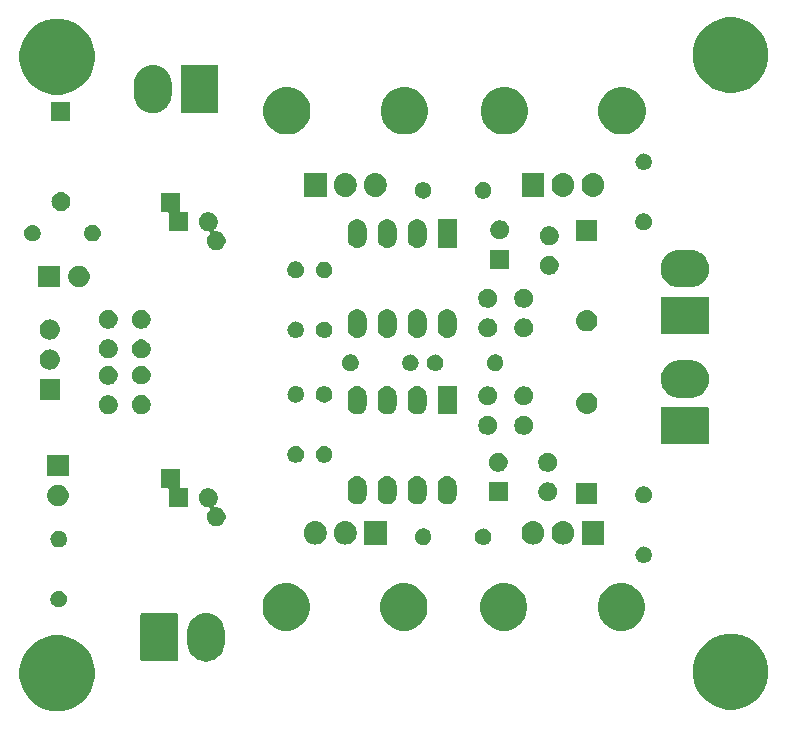
<source format=gbr>
G04 #@! TF.GenerationSoftware,KiCad,Pcbnew,(5.0.2)-1*
G04 #@! TF.CreationDate,2020-02-17T18:51:26+05:30*
G04 #@! TF.ProjectId,mosfet driver,6d6f7366-6574-4206-9472-697665722e6b,rev?*
G04 #@! TF.SameCoordinates,Original*
G04 #@! TF.FileFunction,Soldermask,Bot*
G04 #@! TF.FilePolarity,Negative*
%FSLAX46Y46*%
G04 Gerber Fmt 4.6, Leading zero omitted, Abs format (unit mm)*
G04 Created by KiCad (PCBNEW (5.0.2)-1) date 02/17/20 18:51:26*
%MOMM*%
%LPD*%
G01*
G04 APERTURE LIST*
%ADD10C,0.100000*%
G04 APERTURE END LIST*
D10*
G36*
X48177405Y-175865974D02*
X48759767Y-176107196D01*
X49283884Y-176457400D01*
X49729600Y-176903116D01*
X50079804Y-177427233D01*
X50321026Y-178009595D01*
X50444000Y-178627826D01*
X50444000Y-179258174D01*
X50321026Y-179876405D01*
X50079804Y-180458767D01*
X49729600Y-180982884D01*
X49283884Y-181428600D01*
X48759767Y-181778804D01*
X48177405Y-182020026D01*
X47559174Y-182143000D01*
X46928826Y-182143000D01*
X46310595Y-182020026D01*
X45728233Y-181778804D01*
X45204116Y-181428600D01*
X44758400Y-180982884D01*
X44408196Y-180458767D01*
X44166974Y-179876405D01*
X44044000Y-179258174D01*
X44044000Y-178627826D01*
X44166974Y-178009595D01*
X44408196Y-177427233D01*
X44758400Y-176903116D01*
X45204116Y-176457400D01*
X45728233Y-176107196D01*
X46310595Y-175865974D01*
X46928826Y-175743000D01*
X47559174Y-175743000D01*
X48177405Y-175865974D01*
X48177405Y-175865974D01*
G37*
G36*
X105200405Y-175738974D02*
X105782767Y-175980196D01*
X106306884Y-176330400D01*
X106752600Y-176776116D01*
X107102804Y-177300233D01*
X107344026Y-177882595D01*
X107467000Y-178500826D01*
X107467000Y-179131174D01*
X107344026Y-179749405D01*
X107102804Y-180331767D01*
X106752600Y-180855884D01*
X106306884Y-181301600D01*
X105782767Y-181651804D01*
X105200405Y-181893026D01*
X104582174Y-182016000D01*
X103951826Y-182016000D01*
X103333595Y-181893026D01*
X102751233Y-181651804D01*
X102227116Y-181301600D01*
X101781400Y-180855884D01*
X101431196Y-180331767D01*
X101189974Y-179749405D01*
X101067000Y-179131174D01*
X101067000Y-178500826D01*
X101189974Y-177882595D01*
X101431196Y-177300233D01*
X101781400Y-176776116D01*
X102227116Y-176330400D01*
X102751233Y-175980196D01*
X103333595Y-175738974D01*
X103951826Y-175616000D01*
X104582174Y-175616000D01*
X105200405Y-175738974D01*
X105200405Y-175738974D01*
G37*
G36*
X60149733Y-173867862D02*
X60287028Y-173909510D01*
X60447565Y-173958208D01*
X60517389Y-173995530D01*
X60722047Y-174104922D01*
X60962634Y-174302366D01*
X60962635Y-174302368D01*
X60962637Y-174302369D01*
X61024487Y-174377735D01*
X61160078Y-174542952D01*
X61267581Y-174744077D01*
X61306792Y-174817434D01*
X61326468Y-174882299D01*
X61397138Y-175115266D01*
X61420000Y-175347389D01*
X61420000Y-176442610D01*
X61397138Y-176674734D01*
X61379064Y-176734316D01*
X61306792Y-176972566D01*
X61267581Y-177045923D01*
X61160078Y-177247048D01*
X60962634Y-177487634D01*
X60722048Y-177685078D01*
X60524082Y-177790893D01*
X60447566Y-177831792D01*
X60368965Y-177855635D01*
X60149734Y-177922138D01*
X59840000Y-177952644D01*
X59530267Y-177922138D01*
X59311036Y-177855635D01*
X59232435Y-177831792D01*
X59155919Y-177790893D01*
X58957953Y-177685078D01*
X58717367Y-177487634D01*
X58519922Y-177247048D01*
X58430391Y-177079547D01*
X58373208Y-176972566D01*
X58300936Y-176734316D01*
X58282862Y-176674734D01*
X58260000Y-176442611D01*
X58260000Y-175347390D01*
X58282862Y-175115267D01*
X58373208Y-174817436D01*
X58373208Y-174817435D01*
X58487437Y-174603729D01*
X58519922Y-174542953D01*
X58717366Y-174302366D01*
X58717368Y-174302365D01*
X58717369Y-174302363D01*
X58792735Y-174240513D01*
X58957952Y-174104922D01*
X59162610Y-173995530D01*
X59232434Y-173958208D01*
X59392971Y-173909510D01*
X59530266Y-173867862D01*
X59840000Y-173837356D01*
X60149733Y-173867862D01*
X60149733Y-173867862D01*
G37*
G36*
X57343662Y-173848367D02*
X57370635Y-173856549D01*
X57395490Y-173869835D01*
X57417281Y-173887719D01*
X57435165Y-173909510D01*
X57448451Y-173934365D01*
X57456633Y-173961338D01*
X57460000Y-173995530D01*
X57460000Y-177794470D01*
X57456633Y-177828662D01*
X57448451Y-177855635D01*
X57435165Y-177880490D01*
X57417281Y-177902281D01*
X57395490Y-177920165D01*
X57370635Y-177933451D01*
X57343662Y-177941633D01*
X57309470Y-177945000D01*
X54450530Y-177945000D01*
X54416338Y-177941633D01*
X54389365Y-177933451D01*
X54364510Y-177920165D01*
X54342719Y-177902281D01*
X54324835Y-177880490D01*
X54311549Y-177855635D01*
X54303367Y-177828662D01*
X54300000Y-177794470D01*
X54300000Y-173995530D01*
X54303367Y-173961338D01*
X54311549Y-173934365D01*
X54324835Y-173909510D01*
X54342719Y-173887719D01*
X54364510Y-173869835D01*
X54389365Y-173856549D01*
X54416338Y-173848367D01*
X54450530Y-173845000D01*
X57309470Y-173845000D01*
X57343662Y-173848367D01*
X57343662Y-173848367D01*
G37*
G36*
X85639578Y-171405659D02*
X86003554Y-171556422D01*
X86331129Y-171775301D01*
X86609699Y-172053871D01*
X86828578Y-172381446D01*
X86979341Y-172745422D01*
X87056200Y-173131816D01*
X87056200Y-173525784D01*
X86979341Y-173912178D01*
X86828578Y-174276154D01*
X86609699Y-174603729D01*
X86331129Y-174882299D01*
X86003554Y-175101178D01*
X85639578Y-175251941D01*
X85253184Y-175328800D01*
X84859216Y-175328800D01*
X84472822Y-175251941D01*
X84108846Y-175101178D01*
X83781271Y-174882299D01*
X83502701Y-174603729D01*
X83283822Y-174276154D01*
X83133059Y-173912178D01*
X83056200Y-173525784D01*
X83056200Y-173131816D01*
X83133059Y-172745422D01*
X83283822Y-172381446D01*
X83502701Y-172053871D01*
X83781271Y-171775301D01*
X84108846Y-171556422D01*
X84472822Y-171405659D01*
X84859216Y-171328800D01*
X85253184Y-171328800D01*
X85639578Y-171405659D01*
X85639578Y-171405659D01*
G37*
G36*
X95596378Y-171405659D02*
X95960354Y-171556422D01*
X96287929Y-171775301D01*
X96566499Y-172053871D01*
X96785378Y-172381446D01*
X96936141Y-172745422D01*
X97013000Y-173131816D01*
X97013000Y-173525784D01*
X96936141Y-173912178D01*
X96785378Y-174276154D01*
X96566499Y-174603729D01*
X96287929Y-174882299D01*
X95960354Y-175101178D01*
X95596378Y-175251941D01*
X95209984Y-175328800D01*
X94816016Y-175328800D01*
X94429622Y-175251941D01*
X94065646Y-175101178D01*
X93738071Y-174882299D01*
X93459501Y-174603729D01*
X93240622Y-174276154D01*
X93089859Y-173912178D01*
X93013000Y-173525784D01*
X93013000Y-173131816D01*
X93089859Y-172745422D01*
X93240622Y-172381446D01*
X93459501Y-172053871D01*
X93738071Y-171775301D01*
X94065646Y-171556422D01*
X94429622Y-171405659D01*
X94816016Y-171328800D01*
X95209984Y-171328800D01*
X95596378Y-171405659D01*
X95596378Y-171405659D01*
G37*
G36*
X77176378Y-171405659D02*
X77540354Y-171556422D01*
X77867929Y-171775301D01*
X78146499Y-172053871D01*
X78365378Y-172381446D01*
X78516141Y-172745422D01*
X78593000Y-173131816D01*
X78593000Y-173525784D01*
X78516141Y-173912178D01*
X78365378Y-174276154D01*
X78146499Y-174603729D01*
X77867929Y-174882299D01*
X77540354Y-175101178D01*
X77176378Y-175251941D01*
X76789984Y-175328800D01*
X76396016Y-175328800D01*
X76009622Y-175251941D01*
X75645646Y-175101178D01*
X75318071Y-174882299D01*
X75039501Y-174603729D01*
X74820622Y-174276154D01*
X74669859Y-173912178D01*
X74593000Y-173525784D01*
X74593000Y-173131816D01*
X74669859Y-172745422D01*
X74820622Y-172381446D01*
X75039501Y-172053871D01*
X75318071Y-171775301D01*
X75645646Y-171556422D01*
X76009622Y-171405659D01*
X76396016Y-171328800D01*
X76789984Y-171328800D01*
X77176378Y-171405659D01*
X77176378Y-171405659D01*
G37*
G36*
X67219578Y-171405659D02*
X67583554Y-171556422D01*
X67911129Y-171775301D01*
X68189699Y-172053871D01*
X68408578Y-172381446D01*
X68559341Y-172745422D01*
X68636200Y-173131816D01*
X68636200Y-173525784D01*
X68559341Y-173912178D01*
X68408578Y-174276154D01*
X68189699Y-174603729D01*
X67911129Y-174882299D01*
X67583554Y-175101178D01*
X67219578Y-175251941D01*
X66833184Y-175328800D01*
X66439216Y-175328800D01*
X66052822Y-175251941D01*
X65688846Y-175101178D01*
X65361271Y-174882299D01*
X65082701Y-174603729D01*
X64863822Y-174276154D01*
X64713059Y-173912178D01*
X64636200Y-173525784D01*
X64636200Y-173131816D01*
X64713059Y-172745422D01*
X64863822Y-172381446D01*
X65082701Y-172053871D01*
X65361271Y-171775301D01*
X65688846Y-171556422D01*
X66052822Y-171405659D01*
X66439216Y-171328800D01*
X66833184Y-171328800D01*
X67219578Y-171405659D01*
X67219578Y-171405659D01*
G37*
G36*
X47575183Y-171983400D02*
X47702574Y-172036168D01*
X47817225Y-172112775D01*
X47914725Y-172210275D01*
X47991332Y-172324926D01*
X48044100Y-172452317D01*
X48071000Y-172587555D01*
X48071000Y-172725445D01*
X48044100Y-172860683D01*
X47991332Y-172988074D01*
X47914725Y-173102725D01*
X47817225Y-173200225D01*
X47702574Y-173276832D01*
X47575183Y-173329600D01*
X47439945Y-173356500D01*
X47302055Y-173356500D01*
X47166817Y-173329600D01*
X47039426Y-173276832D01*
X46924775Y-173200225D01*
X46827275Y-173102725D01*
X46750668Y-172988074D01*
X46697900Y-172860683D01*
X46671000Y-172725445D01*
X46671000Y-172587555D01*
X46697900Y-172452317D01*
X46750668Y-172324926D01*
X46827275Y-172210275D01*
X46924775Y-172112775D01*
X47039426Y-172036168D01*
X47166817Y-171983400D01*
X47302055Y-171956500D01*
X47439945Y-171956500D01*
X47575183Y-171983400D01*
X47575183Y-171983400D01*
G37*
G36*
X97038224Y-168220128D02*
X97170175Y-168260155D01*
X97291781Y-168325155D01*
X97398370Y-168412630D01*
X97485845Y-168519219D01*
X97550845Y-168640825D01*
X97590872Y-168772776D01*
X97604387Y-168910000D01*
X97590872Y-169047224D01*
X97550845Y-169179175D01*
X97485845Y-169300781D01*
X97398370Y-169407370D01*
X97291781Y-169494845D01*
X97170175Y-169559845D01*
X97038224Y-169599872D01*
X96935390Y-169610000D01*
X96866610Y-169610000D01*
X96763776Y-169599872D01*
X96631825Y-169559845D01*
X96510219Y-169494845D01*
X96403630Y-169407370D01*
X96316155Y-169300781D01*
X96251155Y-169179175D01*
X96211128Y-169047224D01*
X96197613Y-168910000D01*
X96211128Y-168772776D01*
X96251155Y-168640825D01*
X96316155Y-168519219D01*
X96403630Y-168412630D01*
X96510219Y-168325155D01*
X96631825Y-168260155D01*
X96763776Y-168220128D01*
X96866610Y-168210000D01*
X96935390Y-168210000D01*
X97038224Y-168220128D01*
X97038224Y-168220128D01*
G37*
G36*
X47508224Y-166886628D02*
X47640175Y-166926655D01*
X47761781Y-166991655D01*
X47868370Y-167079130D01*
X47955845Y-167185719D01*
X48020845Y-167307325D01*
X48060872Y-167439276D01*
X48074387Y-167576500D01*
X48060872Y-167713724D01*
X48020845Y-167845675D01*
X47955845Y-167967281D01*
X47868370Y-168073870D01*
X47761781Y-168161345D01*
X47640175Y-168226345D01*
X47508224Y-168266372D01*
X47405390Y-168276500D01*
X47336610Y-168276500D01*
X47233776Y-168266372D01*
X47101825Y-168226345D01*
X46980219Y-168161345D01*
X46873630Y-168073870D01*
X46786155Y-167967281D01*
X46721155Y-167845675D01*
X46681128Y-167713724D01*
X46667613Y-167576500D01*
X46681128Y-167439276D01*
X46721155Y-167307325D01*
X46786155Y-167185719D01*
X46873630Y-167079130D01*
X46980219Y-166991655D01*
X47101825Y-166926655D01*
X47233776Y-166886628D01*
X47336610Y-166876500D01*
X47405390Y-166876500D01*
X47508224Y-166886628D01*
X47508224Y-166886628D01*
G37*
G36*
X78436183Y-166712900D02*
X78563574Y-166765668D01*
X78678224Y-166842274D01*
X78775726Y-166939776D01*
X78810390Y-166991655D01*
X78852332Y-167054426D01*
X78905100Y-167181817D01*
X78932000Y-167317055D01*
X78932000Y-167454945D01*
X78905100Y-167590183D01*
X78853928Y-167713722D01*
X78852332Y-167717574D01*
X78775726Y-167832224D01*
X78678224Y-167929726D01*
X78592878Y-167986752D01*
X78563574Y-168006332D01*
X78436183Y-168059100D01*
X78300945Y-168086000D01*
X78163055Y-168086000D01*
X78027817Y-168059100D01*
X77900426Y-168006332D01*
X77871122Y-167986752D01*
X77785776Y-167929726D01*
X77688274Y-167832224D01*
X77611668Y-167717574D01*
X77610072Y-167713722D01*
X77558900Y-167590183D01*
X77532000Y-167454945D01*
X77532000Y-167317055D01*
X77558900Y-167181817D01*
X77611668Y-167054426D01*
X77653610Y-166991655D01*
X77688274Y-166939776D01*
X77785776Y-166842274D01*
X77900426Y-166765668D01*
X78027817Y-166712900D01*
X78163055Y-166686000D01*
X78300945Y-166686000D01*
X78436183Y-166712900D01*
X78436183Y-166712900D01*
G37*
G36*
X83449224Y-166696128D02*
X83581175Y-166736155D01*
X83702781Y-166801155D01*
X83809370Y-166888630D01*
X83896845Y-166995219D01*
X83961845Y-167116825D01*
X84001872Y-167248776D01*
X84015387Y-167386000D01*
X84001872Y-167523224D01*
X83961845Y-167655175D01*
X83896845Y-167776781D01*
X83809370Y-167883370D01*
X83702781Y-167970845D01*
X83581175Y-168035845D01*
X83449224Y-168075872D01*
X83346390Y-168086000D01*
X83277610Y-168086000D01*
X83174776Y-168075872D01*
X83042825Y-168035845D01*
X82921219Y-167970845D01*
X82814630Y-167883370D01*
X82727155Y-167776781D01*
X82662155Y-167655175D01*
X82622128Y-167523224D01*
X82608613Y-167386000D01*
X82622128Y-167248776D01*
X82662155Y-167116825D01*
X82727155Y-166995219D01*
X82814630Y-166888630D01*
X82921219Y-166801155D01*
X83042825Y-166736155D01*
X83174776Y-166696128D01*
X83277610Y-166686000D01*
X83346390Y-166686000D01*
X83449224Y-166696128D01*
X83449224Y-166696128D01*
G37*
G36*
X71826724Y-166068782D02*
X72006269Y-166123247D01*
X72171741Y-166211693D01*
X72316778Y-166330722D01*
X72435807Y-166475759D01*
X72524253Y-166641232D01*
X72578718Y-166820777D01*
X72592500Y-166960712D01*
X72592500Y-167149289D01*
X72578718Y-167289224D01*
X72524253Y-167468769D01*
X72435807Y-167634241D01*
X72316778Y-167779278D01*
X72171741Y-167898307D01*
X72006268Y-167986753D01*
X71826723Y-168041218D01*
X71640000Y-168059608D01*
X71453276Y-168041218D01*
X71273731Y-167986753D01*
X71108259Y-167898307D01*
X70963222Y-167779278D01*
X70844193Y-167634241D01*
X70755747Y-167468768D01*
X70701282Y-167289223D01*
X70687500Y-167149288D01*
X70687500Y-166960711D01*
X70701282Y-166820776D01*
X70755747Y-166641231D01*
X70844193Y-166475759D01*
X70963219Y-166330725D01*
X70963221Y-166330724D01*
X70963222Y-166330722D01*
X71108259Y-166211694D01*
X71108263Y-166211692D01*
X71108264Y-166211691D01*
X71273732Y-166123247D01*
X71453277Y-166068782D01*
X71640000Y-166050392D01*
X71826724Y-166068782D01*
X71826724Y-166068782D01*
G37*
G36*
X90246724Y-166068782D02*
X90426269Y-166123247D01*
X90591741Y-166211693D01*
X90736778Y-166330722D01*
X90855807Y-166475759D01*
X90944253Y-166641232D01*
X90998718Y-166820777D01*
X91012500Y-166960712D01*
X91012500Y-167149289D01*
X90998718Y-167289224D01*
X90944253Y-167468769D01*
X90855807Y-167634241D01*
X90736778Y-167779278D01*
X90591741Y-167898307D01*
X90426268Y-167986753D01*
X90246723Y-168041218D01*
X90060000Y-168059608D01*
X89873276Y-168041218D01*
X89693731Y-167986753D01*
X89528259Y-167898307D01*
X89383222Y-167779278D01*
X89264193Y-167634241D01*
X89175747Y-167468768D01*
X89121282Y-167289223D01*
X89107500Y-167149288D01*
X89107500Y-166960711D01*
X89121282Y-166820776D01*
X89175747Y-166641231D01*
X89264193Y-166475759D01*
X89383219Y-166330725D01*
X89383221Y-166330724D01*
X89383222Y-166330722D01*
X89528259Y-166211694D01*
X89528263Y-166211692D01*
X89528264Y-166211691D01*
X89693732Y-166123247D01*
X89873277Y-166068782D01*
X90060000Y-166050392D01*
X90246724Y-166068782D01*
X90246724Y-166068782D01*
G37*
G36*
X69286724Y-166068782D02*
X69466269Y-166123247D01*
X69631741Y-166211693D01*
X69776778Y-166330722D01*
X69895807Y-166475759D01*
X69984253Y-166641232D01*
X70038718Y-166820777D01*
X70052500Y-166960712D01*
X70052500Y-167149289D01*
X70038718Y-167289224D01*
X69984253Y-167468769D01*
X69895807Y-167634241D01*
X69776778Y-167779278D01*
X69631741Y-167898307D01*
X69466268Y-167986753D01*
X69286723Y-168041218D01*
X69100000Y-168059608D01*
X68913276Y-168041218D01*
X68733731Y-167986753D01*
X68568259Y-167898307D01*
X68423222Y-167779278D01*
X68304193Y-167634241D01*
X68215747Y-167468768D01*
X68161282Y-167289223D01*
X68147500Y-167149288D01*
X68147500Y-166960711D01*
X68161282Y-166820776D01*
X68215747Y-166641231D01*
X68304193Y-166475759D01*
X68423219Y-166330725D01*
X68423221Y-166330724D01*
X68423222Y-166330722D01*
X68568259Y-166211694D01*
X68568263Y-166211692D01*
X68568264Y-166211691D01*
X68733732Y-166123247D01*
X68913277Y-166068782D01*
X69100000Y-166050392D01*
X69286724Y-166068782D01*
X69286724Y-166068782D01*
G37*
G36*
X87706724Y-166068782D02*
X87886269Y-166123247D01*
X88051741Y-166211693D01*
X88196778Y-166330722D01*
X88315807Y-166475759D01*
X88404253Y-166641232D01*
X88458718Y-166820777D01*
X88472500Y-166960712D01*
X88472500Y-167149289D01*
X88458718Y-167289224D01*
X88404253Y-167468769D01*
X88315807Y-167634241D01*
X88196778Y-167779278D01*
X88051741Y-167898307D01*
X87886268Y-167986753D01*
X87706723Y-168041218D01*
X87520000Y-168059608D01*
X87333276Y-168041218D01*
X87153731Y-167986753D01*
X86988259Y-167898307D01*
X86843222Y-167779278D01*
X86724193Y-167634241D01*
X86635747Y-167468768D01*
X86581282Y-167289223D01*
X86567500Y-167149288D01*
X86567500Y-166960711D01*
X86581282Y-166820776D01*
X86635747Y-166641231D01*
X86724193Y-166475759D01*
X86843219Y-166330725D01*
X86843221Y-166330724D01*
X86843222Y-166330722D01*
X86988259Y-166211694D01*
X86988263Y-166211692D01*
X86988264Y-166211691D01*
X87153732Y-166123247D01*
X87333277Y-166068782D01*
X87520000Y-166050392D01*
X87706724Y-166068782D01*
X87706724Y-166068782D01*
G37*
G36*
X93552500Y-168055000D02*
X91647500Y-168055000D01*
X91647500Y-166055000D01*
X93552500Y-166055000D01*
X93552500Y-168055000D01*
X93552500Y-168055000D01*
G37*
G36*
X75132500Y-168055000D02*
X73227500Y-168055000D01*
X73227500Y-166055000D01*
X75132500Y-166055000D01*
X75132500Y-168055000D01*
X75132500Y-168055000D01*
G37*
G36*
X60264352Y-163314743D02*
X60409941Y-163375048D01*
X60540973Y-163462601D01*
X60652399Y-163574027D01*
X60739952Y-163705059D01*
X60800257Y-163850648D01*
X60831000Y-164005205D01*
X60831000Y-164162795D01*
X60800257Y-164317352D01*
X60739952Y-164462941D01*
X60652399Y-164593973D01*
X60575760Y-164670612D01*
X60560214Y-164689554D01*
X60548663Y-164711165D01*
X60541550Y-164734614D01*
X60539148Y-164759000D01*
X60541550Y-164783386D01*
X60548663Y-164806835D01*
X60560214Y-164828446D01*
X60575760Y-164847388D01*
X60594702Y-164862934D01*
X60616313Y-164874485D01*
X60639762Y-164881598D01*
X60664148Y-164884000D01*
X60780732Y-164884000D01*
X60935289Y-164914743D01*
X61080878Y-164975048D01*
X61211910Y-165062601D01*
X61323336Y-165174027D01*
X61410889Y-165305059D01*
X61471194Y-165450648D01*
X61501937Y-165605205D01*
X61501937Y-165762795D01*
X61471194Y-165917352D01*
X61410889Y-166062941D01*
X61323336Y-166193973D01*
X61211910Y-166305399D01*
X61080878Y-166392952D01*
X60935289Y-166453257D01*
X60780732Y-166484000D01*
X60623142Y-166484000D01*
X60468585Y-166453257D01*
X60322996Y-166392952D01*
X60191964Y-166305399D01*
X60080538Y-166193973D01*
X59992985Y-166062941D01*
X59932680Y-165917352D01*
X59901937Y-165762795D01*
X59901937Y-165605205D01*
X59932680Y-165450648D01*
X59992985Y-165305059D01*
X60080538Y-165174027D01*
X60157177Y-165097388D01*
X60172723Y-165078446D01*
X60184274Y-165056835D01*
X60191387Y-165033386D01*
X60193789Y-165009000D01*
X60191387Y-164984614D01*
X60184274Y-164961165D01*
X60172723Y-164939554D01*
X60157177Y-164920612D01*
X60138235Y-164905066D01*
X60116624Y-164893515D01*
X60093175Y-164886402D01*
X60068789Y-164884000D01*
X59952205Y-164884000D01*
X59797648Y-164853257D01*
X59652059Y-164792952D01*
X59521027Y-164705399D01*
X59409601Y-164593973D01*
X59322048Y-164462941D01*
X59261743Y-164317352D01*
X59231000Y-164162795D01*
X59231000Y-164005205D01*
X59261743Y-163850648D01*
X59322048Y-163705059D01*
X59409601Y-163574027D01*
X59521027Y-163462601D01*
X59652059Y-163375048D01*
X59797648Y-163314743D01*
X59952205Y-163284000D01*
X60109795Y-163284000D01*
X60264352Y-163314743D01*
X60264352Y-163314743D01*
G37*
G36*
X57660063Y-163159000D02*
X57662465Y-163183386D01*
X57669578Y-163206835D01*
X57681129Y-163228446D01*
X57696675Y-163247388D01*
X57715617Y-163262934D01*
X57737228Y-163274485D01*
X57760677Y-163281598D01*
X57785063Y-163284000D01*
X58331000Y-163284000D01*
X58331000Y-164884000D01*
X56731000Y-164884000D01*
X56731000Y-163409000D01*
X56728598Y-163384614D01*
X56721485Y-163361165D01*
X56709934Y-163339554D01*
X56694388Y-163320612D01*
X56675446Y-163305066D01*
X56653835Y-163293515D01*
X56630386Y-163286402D01*
X56606000Y-163284000D01*
X56060063Y-163284000D01*
X56060063Y-161684000D01*
X57660063Y-161684000D01*
X57660063Y-163159000D01*
X57660063Y-163159000D01*
G37*
G36*
X47570021Y-163028086D02*
X47733809Y-163095929D01*
X47881220Y-163194426D01*
X48006574Y-163319780D01*
X48105071Y-163467191D01*
X48172914Y-163630979D01*
X48207500Y-163804856D01*
X48207500Y-163982144D01*
X48172914Y-164156021D01*
X48105071Y-164319809D01*
X48006574Y-164467220D01*
X47881220Y-164592574D01*
X47733809Y-164691071D01*
X47570021Y-164758914D01*
X47396144Y-164793500D01*
X47218856Y-164793500D01*
X47044979Y-164758914D01*
X46881191Y-164691071D01*
X46733780Y-164592574D01*
X46608426Y-164467220D01*
X46509929Y-164319809D01*
X46442086Y-164156021D01*
X46407500Y-163982144D01*
X46407500Y-163804856D01*
X46442086Y-163630979D01*
X46509929Y-163467191D01*
X46608426Y-163319780D01*
X46733780Y-163194426D01*
X46881191Y-163095929D01*
X47044979Y-163028086D01*
X47218856Y-162993500D01*
X47396144Y-162993500D01*
X47570021Y-163028086D01*
X47570021Y-163028086D01*
G37*
G36*
X80420827Y-162260576D02*
X80496227Y-162283448D01*
X80571629Y-162306321D01*
X80710608Y-162380608D01*
X80832422Y-162480578D01*
X80932392Y-162602392D01*
X81006679Y-162741371D01*
X81006679Y-162741372D01*
X81052424Y-162892173D01*
X81064000Y-163009707D01*
X81064000Y-163888293D01*
X81052424Y-164005827D01*
X81043822Y-164034183D01*
X81006679Y-164156629D01*
X80932392Y-164295608D01*
X80832425Y-164417419D01*
X80832423Y-164417420D01*
X80832422Y-164417422D01*
X80771742Y-164467220D01*
X80710604Y-164517394D01*
X80571628Y-164591679D01*
X80534307Y-164603000D01*
X80420826Y-164637424D01*
X80264000Y-164652870D01*
X80107173Y-164637424D01*
X79993692Y-164603000D01*
X79956371Y-164591679D01*
X79817392Y-164517392D01*
X79695581Y-164417425D01*
X79695580Y-164417423D01*
X79695578Y-164417422D01*
X79595607Y-164295605D01*
X79595606Y-164295604D01*
X79521321Y-164156628D01*
X79484178Y-164034182D01*
X79475576Y-164005826D01*
X79464000Y-163888292D01*
X79464000Y-163009707D01*
X79475577Y-162892173D01*
X79521322Y-162741372D01*
X79521322Y-162741371D01*
X79595609Y-162602392D01*
X79695579Y-162480578D01*
X79817393Y-162380608D01*
X79956372Y-162306321D01*
X80031774Y-162283448D01*
X80107174Y-162260576D01*
X80264000Y-162245130D01*
X80420827Y-162260576D01*
X80420827Y-162260576D01*
G37*
G36*
X75340827Y-162260576D02*
X75416227Y-162283448D01*
X75491629Y-162306321D01*
X75630608Y-162380608D01*
X75752422Y-162480578D01*
X75852392Y-162602392D01*
X75926679Y-162741371D01*
X75926679Y-162741372D01*
X75972424Y-162892173D01*
X75984000Y-163009707D01*
X75984000Y-163888293D01*
X75972424Y-164005827D01*
X75963822Y-164034183D01*
X75926679Y-164156629D01*
X75852392Y-164295608D01*
X75752425Y-164417419D01*
X75752423Y-164417420D01*
X75752422Y-164417422D01*
X75691742Y-164467220D01*
X75630604Y-164517394D01*
X75491628Y-164591679D01*
X75454307Y-164603000D01*
X75340826Y-164637424D01*
X75184000Y-164652870D01*
X75027173Y-164637424D01*
X74913692Y-164603000D01*
X74876371Y-164591679D01*
X74737392Y-164517392D01*
X74615581Y-164417425D01*
X74615580Y-164417423D01*
X74615578Y-164417422D01*
X74515607Y-164295605D01*
X74515606Y-164295604D01*
X74441321Y-164156628D01*
X74404178Y-164034182D01*
X74395576Y-164005826D01*
X74384000Y-163888292D01*
X74384000Y-163009707D01*
X74395577Y-162892173D01*
X74441322Y-162741372D01*
X74441322Y-162741371D01*
X74515609Y-162602392D01*
X74615579Y-162480578D01*
X74737393Y-162380608D01*
X74876372Y-162306321D01*
X74951774Y-162283448D01*
X75027174Y-162260576D01*
X75184000Y-162245130D01*
X75340827Y-162260576D01*
X75340827Y-162260576D01*
G37*
G36*
X72800827Y-162260576D02*
X72876227Y-162283448D01*
X72951629Y-162306321D01*
X73090608Y-162380608D01*
X73212422Y-162480578D01*
X73312392Y-162602392D01*
X73386679Y-162741371D01*
X73386679Y-162741372D01*
X73432424Y-162892173D01*
X73444000Y-163009707D01*
X73444000Y-163888293D01*
X73432424Y-164005827D01*
X73423822Y-164034183D01*
X73386679Y-164156629D01*
X73312392Y-164295608D01*
X73212425Y-164417419D01*
X73212423Y-164417420D01*
X73212422Y-164417422D01*
X73151742Y-164467220D01*
X73090604Y-164517394D01*
X72951628Y-164591679D01*
X72914307Y-164603000D01*
X72800826Y-164637424D01*
X72644000Y-164652870D01*
X72487173Y-164637424D01*
X72373692Y-164603000D01*
X72336371Y-164591679D01*
X72197392Y-164517392D01*
X72075581Y-164417425D01*
X72075580Y-164417423D01*
X72075578Y-164417422D01*
X71975607Y-164295605D01*
X71975606Y-164295604D01*
X71901321Y-164156628D01*
X71864178Y-164034182D01*
X71855576Y-164005826D01*
X71844000Y-163888292D01*
X71844000Y-163009707D01*
X71855577Y-162892173D01*
X71901322Y-162741372D01*
X71901322Y-162741371D01*
X71975609Y-162602392D01*
X72075579Y-162480578D01*
X72197393Y-162380608D01*
X72336372Y-162306321D01*
X72411774Y-162283448D01*
X72487174Y-162260576D01*
X72644000Y-162245130D01*
X72800827Y-162260576D01*
X72800827Y-162260576D01*
G37*
G36*
X77880827Y-162260576D02*
X77956227Y-162283448D01*
X78031629Y-162306321D01*
X78170608Y-162380608D01*
X78292422Y-162480578D01*
X78392392Y-162602392D01*
X78466679Y-162741371D01*
X78466679Y-162741372D01*
X78512424Y-162892173D01*
X78524000Y-163009707D01*
X78524000Y-163888293D01*
X78512424Y-164005827D01*
X78503822Y-164034183D01*
X78466679Y-164156629D01*
X78392392Y-164295608D01*
X78292425Y-164417419D01*
X78292423Y-164417420D01*
X78292422Y-164417422D01*
X78231742Y-164467220D01*
X78170604Y-164517394D01*
X78031628Y-164591679D01*
X77994307Y-164603000D01*
X77880826Y-164637424D01*
X77724000Y-164652870D01*
X77567173Y-164637424D01*
X77453692Y-164603000D01*
X77416371Y-164591679D01*
X77277392Y-164517392D01*
X77155581Y-164417425D01*
X77155580Y-164417423D01*
X77155578Y-164417422D01*
X77055607Y-164295605D01*
X77055606Y-164295604D01*
X76981321Y-164156628D01*
X76944178Y-164034182D01*
X76935576Y-164005826D01*
X76924000Y-163888292D01*
X76924000Y-163009707D01*
X76935577Y-162892173D01*
X76981322Y-162741372D01*
X76981322Y-162741371D01*
X77055609Y-162602392D01*
X77155579Y-162480578D01*
X77277393Y-162380608D01*
X77416372Y-162306321D01*
X77491774Y-162283448D01*
X77567174Y-162260576D01*
X77724000Y-162245130D01*
X77880827Y-162260576D01*
X77880827Y-162260576D01*
G37*
G36*
X92975000Y-164603000D02*
X91175000Y-164603000D01*
X91175000Y-162803000D01*
X92975000Y-162803000D01*
X92975000Y-164603000D01*
X92975000Y-164603000D01*
G37*
G36*
X97105183Y-163156900D02*
X97232574Y-163209668D01*
X97343821Y-163284000D01*
X97347225Y-163286275D01*
X97444725Y-163383775D01*
X97521332Y-163498426D01*
X97574100Y-163625817D01*
X97601000Y-163761055D01*
X97601000Y-163898945D01*
X97574100Y-164034183D01*
X97523633Y-164156020D01*
X97521332Y-164161574D01*
X97444726Y-164276224D01*
X97347224Y-164373726D01*
X97281832Y-164417419D01*
X97232574Y-164450332D01*
X97105183Y-164503100D01*
X96969945Y-164530000D01*
X96832055Y-164530000D01*
X96696817Y-164503100D01*
X96569426Y-164450332D01*
X96520168Y-164417419D01*
X96454776Y-164373726D01*
X96357274Y-164276224D01*
X96280668Y-164161574D01*
X96278367Y-164156020D01*
X96227900Y-164034183D01*
X96201000Y-163898945D01*
X96201000Y-163761055D01*
X96227900Y-163625817D01*
X96280668Y-163498426D01*
X96357275Y-163383775D01*
X96454775Y-163286275D01*
X96458180Y-163284000D01*
X96569426Y-163209668D01*
X96696817Y-163156900D01*
X96832055Y-163130000D01*
X96969945Y-163130000D01*
X97105183Y-163156900D01*
X97105183Y-163156900D01*
G37*
G36*
X89006352Y-162806743D02*
X89151941Y-162867048D01*
X89282973Y-162954601D01*
X89394399Y-163066027D01*
X89481952Y-163197059D01*
X89542257Y-163342648D01*
X89573000Y-163497205D01*
X89573000Y-163654795D01*
X89542257Y-163809352D01*
X89481952Y-163954941D01*
X89394399Y-164085973D01*
X89282973Y-164197399D01*
X89151941Y-164284952D01*
X89006352Y-164345257D01*
X88851795Y-164376000D01*
X88694205Y-164376000D01*
X88539648Y-164345257D01*
X88394059Y-164284952D01*
X88263027Y-164197399D01*
X88151601Y-164085973D01*
X88064048Y-163954941D01*
X88003743Y-163809352D01*
X87973000Y-163654795D01*
X87973000Y-163497205D01*
X88003743Y-163342648D01*
X88064048Y-163197059D01*
X88151601Y-163066027D01*
X88263027Y-162954601D01*
X88394059Y-162867048D01*
X88539648Y-162806743D01*
X88694205Y-162776000D01*
X88851795Y-162776000D01*
X89006352Y-162806743D01*
X89006352Y-162806743D01*
G37*
G36*
X85382000Y-164376000D02*
X83782000Y-164376000D01*
X83782000Y-162776000D01*
X85382000Y-162776000D01*
X85382000Y-164376000D01*
X85382000Y-164376000D01*
G37*
G36*
X48207500Y-162253500D02*
X46407500Y-162253500D01*
X46407500Y-160453500D01*
X48207500Y-160453500D01*
X48207500Y-162253500D01*
X48207500Y-162253500D01*
G37*
G36*
X89006352Y-160306743D02*
X89151941Y-160367048D01*
X89282973Y-160454601D01*
X89394399Y-160566027D01*
X89481952Y-160697059D01*
X89542257Y-160842648D01*
X89573000Y-160997205D01*
X89573000Y-161154795D01*
X89542257Y-161309352D01*
X89481952Y-161454941D01*
X89394399Y-161585973D01*
X89282973Y-161697399D01*
X89151941Y-161784952D01*
X89006352Y-161845257D01*
X88851795Y-161876000D01*
X88694205Y-161876000D01*
X88539648Y-161845257D01*
X88394059Y-161784952D01*
X88263027Y-161697399D01*
X88151601Y-161585973D01*
X88064048Y-161454941D01*
X88003743Y-161309352D01*
X87973000Y-161154795D01*
X87973000Y-160997205D01*
X88003743Y-160842648D01*
X88064048Y-160697059D01*
X88151601Y-160566027D01*
X88263027Y-160454601D01*
X88394059Y-160367048D01*
X88539648Y-160306743D01*
X88694205Y-160276000D01*
X88851795Y-160276000D01*
X89006352Y-160306743D01*
X89006352Y-160306743D01*
G37*
G36*
X84815352Y-160306743D02*
X84960941Y-160367048D01*
X85091973Y-160454601D01*
X85203399Y-160566027D01*
X85290952Y-160697059D01*
X85351257Y-160842648D01*
X85382000Y-160997205D01*
X85382000Y-161154795D01*
X85351257Y-161309352D01*
X85290952Y-161454941D01*
X85203399Y-161585973D01*
X85091973Y-161697399D01*
X84960941Y-161784952D01*
X84815352Y-161845257D01*
X84660795Y-161876000D01*
X84503205Y-161876000D01*
X84348648Y-161845257D01*
X84203059Y-161784952D01*
X84072027Y-161697399D01*
X83960601Y-161585973D01*
X83873048Y-161454941D01*
X83812743Y-161309352D01*
X83782000Y-161154795D01*
X83782000Y-160997205D01*
X83812743Y-160842648D01*
X83873048Y-160697059D01*
X83960601Y-160566027D01*
X84072027Y-160454601D01*
X84203059Y-160367048D01*
X84348648Y-160306743D01*
X84503205Y-160276000D01*
X84660795Y-160276000D01*
X84815352Y-160306743D01*
X84815352Y-160306743D01*
G37*
G36*
X70054183Y-159735900D02*
X70181574Y-159788668D01*
X70296225Y-159865275D01*
X70393725Y-159962775D01*
X70470332Y-160077426D01*
X70523100Y-160204817D01*
X70550000Y-160340055D01*
X70550000Y-160477945D01*
X70523100Y-160613183D01*
X70470332Y-160740574D01*
X70393725Y-160855225D01*
X70296225Y-160952725D01*
X70181574Y-161029332D01*
X70054183Y-161082100D01*
X69918945Y-161109000D01*
X69781055Y-161109000D01*
X69645817Y-161082100D01*
X69518426Y-161029332D01*
X69403775Y-160952725D01*
X69306275Y-160855225D01*
X69229668Y-160740574D01*
X69176900Y-160613183D01*
X69150000Y-160477945D01*
X69150000Y-160340055D01*
X69176900Y-160204817D01*
X69229668Y-160077426D01*
X69306275Y-159962775D01*
X69403775Y-159865275D01*
X69518426Y-159788668D01*
X69645817Y-159735900D01*
X69781055Y-159709000D01*
X69918945Y-159709000D01*
X70054183Y-159735900D01*
X70054183Y-159735900D01*
G37*
G36*
X67641183Y-159735900D02*
X67768574Y-159788668D01*
X67883225Y-159865275D01*
X67980725Y-159962775D01*
X68057332Y-160077426D01*
X68110100Y-160204817D01*
X68137000Y-160340055D01*
X68137000Y-160477945D01*
X68110100Y-160613183D01*
X68057332Y-160740574D01*
X67980725Y-160855225D01*
X67883225Y-160952725D01*
X67768574Y-161029332D01*
X67641183Y-161082100D01*
X67505945Y-161109000D01*
X67368055Y-161109000D01*
X67232817Y-161082100D01*
X67105426Y-161029332D01*
X66990775Y-160952725D01*
X66893275Y-160855225D01*
X66816668Y-160740574D01*
X66763900Y-160613183D01*
X66737000Y-160477945D01*
X66737000Y-160340055D01*
X66763900Y-160204817D01*
X66816668Y-160077426D01*
X66893275Y-159962775D01*
X66990775Y-159865275D01*
X67105426Y-159788668D01*
X67232817Y-159735900D01*
X67368055Y-159709000D01*
X67505945Y-159709000D01*
X67641183Y-159735900D01*
X67641183Y-159735900D01*
G37*
G36*
X102326847Y-156411375D02*
X102353899Y-156419581D01*
X102378817Y-156432900D01*
X102400668Y-156450832D01*
X102418600Y-156472683D01*
X102431919Y-156497601D01*
X102440125Y-156524653D01*
X102443500Y-156558919D01*
X102443500Y-159417081D01*
X102440125Y-159451347D01*
X102431919Y-159478399D01*
X102418600Y-159503317D01*
X102400668Y-159525168D01*
X102378817Y-159543100D01*
X102353899Y-159556419D01*
X102326847Y-159564625D01*
X102292581Y-159568000D01*
X98494419Y-159568000D01*
X98460153Y-159564625D01*
X98433101Y-159556419D01*
X98408183Y-159543100D01*
X98386332Y-159525168D01*
X98368400Y-159503317D01*
X98355081Y-159478399D01*
X98346875Y-159451347D01*
X98343500Y-159417081D01*
X98343500Y-156558919D01*
X98346875Y-156524653D01*
X98355081Y-156497601D01*
X98368400Y-156472683D01*
X98386332Y-156450832D01*
X98408183Y-156432900D01*
X98433101Y-156419581D01*
X98460153Y-156411375D01*
X98494419Y-156408000D01*
X102292581Y-156408000D01*
X102326847Y-156411375D01*
X102326847Y-156411375D01*
G37*
G36*
X86974352Y-157178743D02*
X87119941Y-157239048D01*
X87250973Y-157326601D01*
X87362399Y-157438027D01*
X87449952Y-157569059D01*
X87510257Y-157714648D01*
X87541000Y-157869205D01*
X87541000Y-158026795D01*
X87510257Y-158181352D01*
X87449952Y-158326941D01*
X87362399Y-158457973D01*
X87250973Y-158569399D01*
X87119941Y-158656952D01*
X86974352Y-158717257D01*
X86819795Y-158748000D01*
X86662205Y-158748000D01*
X86507648Y-158717257D01*
X86362059Y-158656952D01*
X86231027Y-158569399D01*
X86119601Y-158457973D01*
X86032048Y-158326941D01*
X85971743Y-158181352D01*
X85941000Y-158026795D01*
X85941000Y-157869205D01*
X85971743Y-157714648D01*
X86032048Y-157569059D01*
X86119601Y-157438027D01*
X86231027Y-157326601D01*
X86362059Y-157239048D01*
X86507648Y-157178743D01*
X86662205Y-157148000D01*
X86819795Y-157148000D01*
X86974352Y-157178743D01*
X86974352Y-157178743D01*
G37*
G36*
X83926352Y-157178743D02*
X84071941Y-157239048D01*
X84202973Y-157326601D01*
X84314399Y-157438027D01*
X84401952Y-157569059D01*
X84462257Y-157714648D01*
X84493000Y-157869205D01*
X84493000Y-158026795D01*
X84462257Y-158181352D01*
X84401952Y-158326941D01*
X84314399Y-158457973D01*
X84202973Y-158569399D01*
X84071941Y-158656952D01*
X83926352Y-158717257D01*
X83771795Y-158748000D01*
X83614205Y-158748000D01*
X83459648Y-158717257D01*
X83314059Y-158656952D01*
X83183027Y-158569399D01*
X83071601Y-158457973D01*
X82984048Y-158326941D01*
X82923743Y-158181352D01*
X82893000Y-158026795D01*
X82893000Y-157869205D01*
X82923743Y-157714648D01*
X82984048Y-157569059D01*
X83071601Y-157438027D01*
X83183027Y-157326601D01*
X83314059Y-157239048D01*
X83459648Y-157178743D01*
X83614205Y-157148000D01*
X83771795Y-157148000D01*
X83926352Y-157178743D01*
X83926352Y-157178743D01*
G37*
G36*
X75340827Y-154640576D02*
X75416227Y-154663448D01*
X75491629Y-154686321D01*
X75630608Y-154760608D01*
X75752422Y-154860578D01*
X75852392Y-154982392D01*
X75926679Y-155121371D01*
X75926679Y-155121372D01*
X75972424Y-155272173D01*
X75984000Y-155389707D01*
X75984000Y-156268293D01*
X75972424Y-156385827D01*
X75954974Y-156443351D01*
X75926679Y-156536629D01*
X75852392Y-156675608D01*
X75752425Y-156797419D01*
X75752423Y-156797420D01*
X75752422Y-156797422D01*
X75661059Y-156872400D01*
X75630604Y-156897394D01*
X75491628Y-156971679D01*
X75466646Y-156979257D01*
X75340826Y-157017424D01*
X75184000Y-157032870D01*
X75027173Y-157017424D01*
X74901353Y-156979257D01*
X74876371Y-156971679D01*
X74737392Y-156897392D01*
X74615581Y-156797425D01*
X74615580Y-156797423D01*
X74615578Y-156797422D01*
X74515607Y-156675605D01*
X74515606Y-156675604D01*
X74441321Y-156536628D01*
X74409856Y-156432900D01*
X74395576Y-156385826D01*
X74384000Y-156268292D01*
X74384000Y-155389707D01*
X74395577Y-155272173D01*
X74441322Y-155121372D01*
X74441322Y-155121371D01*
X74515609Y-154982392D01*
X74615579Y-154860578D01*
X74737393Y-154760608D01*
X74876372Y-154686321D01*
X74951774Y-154663448D01*
X75027174Y-154640576D01*
X75184000Y-154625130D01*
X75340827Y-154640576D01*
X75340827Y-154640576D01*
G37*
G36*
X77880827Y-154640576D02*
X77956227Y-154663448D01*
X78031629Y-154686321D01*
X78170608Y-154760608D01*
X78292422Y-154860578D01*
X78392392Y-154982392D01*
X78466679Y-155121371D01*
X78466679Y-155121372D01*
X78512424Y-155272173D01*
X78524000Y-155389707D01*
X78524000Y-156268293D01*
X78512424Y-156385827D01*
X78494974Y-156443351D01*
X78466679Y-156536629D01*
X78392392Y-156675608D01*
X78292425Y-156797419D01*
X78292423Y-156797420D01*
X78292422Y-156797422D01*
X78201059Y-156872400D01*
X78170604Y-156897394D01*
X78031628Y-156971679D01*
X78006646Y-156979257D01*
X77880826Y-157017424D01*
X77724000Y-157032870D01*
X77567173Y-157017424D01*
X77441353Y-156979257D01*
X77416371Y-156971679D01*
X77277392Y-156897392D01*
X77155581Y-156797425D01*
X77155580Y-156797423D01*
X77155578Y-156797422D01*
X77055607Y-156675605D01*
X77055606Y-156675604D01*
X76981321Y-156536628D01*
X76949856Y-156432900D01*
X76935576Y-156385826D01*
X76924000Y-156268292D01*
X76924000Y-155389707D01*
X76935577Y-155272173D01*
X76981322Y-155121372D01*
X76981322Y-155121371D01*
X77055609Y-154982392D01*
X77155579Y-154860578D01*
X77277393Y-154760608D01*
X77416372Y-154686321D01*
X77491774Y-154663448D01*
X77567174Y-154640576D01*
X77724000Y-154625130D01*
X77880827Y-154640576D01*
X77880827Y-154640576D01*
G37*
G36*
X72800827Y-154640576D02*
X72876227Y-154663448D01*
X72951629Y-154686321D01*
X73090608Y-154760608D01*
X73212422Y-154860578D01*
X73312392Y-154982392D01*
X73386679Y-155121371D01*
X73386679Y-155121372D01*
X73432424Y-155272173D01*
X73444000Y-155389707D01*
X73444000Y-156268293D01*
X73432424Y-156385827D01*
X73414974Y-156443351D01*
X73386679Y-156536629D01*
X73312392Y-156675608D01*
X73212425Y-156797419D01*
X73212423Y-156797420D01*
X73212422Y-156797422D01*
X73121059Y-156872400D01*
X73090604Y-156897394D01*
X72951628Y-156971679D01*
X72926646Y-156979257D01*
X72800826Y-157017424D01*
X72644000Y-157032870D01*
X72487173Y-157017424D01*
X72361353Y-156979257D01*
X72336371Y-156971679D01*
X72197392Y-156897392D01*
X72075581Y-156797425D01*
X72075580Y-156797423D01*
X72075578Y-156797422D01*
X71975607Y-156675605D01*
X71975606Y-156675604D01*
X71901321Y-156536628D01*
X71869856Y-156432900D01*
X71855576Y-156385826D01*
X71844000Y-156268292D01*
X71844000Y-155389707D01*
X71855577Y-155272173D01*
X71901322Y-155121372D01*
X71901322Y-155121371D01*
X71975609Y-154982392D01*
X72075579Y-154860578D01*
X72197393Y-154760608D01*
X72336372Y-154686321D01*
X72411774Y-154663448D01*
X72487174Y-154640576D01*
X72644000Y-154625130D01*
X72800827Y-154640576D01*
X72800827Y-154640576D01*
G37*
G36*
X81064000Y-157029000D02*
X79464000Y-157029000D01*
X79464000Y-154629000D01*
X81064000Y-154629000D01*
X81064000Y-157029000D01*
X81064000Y-157029000D01*
G37*
G36*
X51795352Y-155440743D02*
X51940941Y-155501048D01*
X52071973Y-155588601D01*
X52183399Y-155700027D01*
X52270952Y-155831059D01*
X52331257Y-155976648D01*
X52362000Y-156131205D01*
X52362000Y-156288795D01*
X52331257Y-156443352D01*
X52270952Y-156588941D01*
X52183399Y-156719973D01*
X52071973Y-156831399D01*
X51940941Y-156918952D01*
X51795352Y-156979257D01*
X51640795Y-157010000D01*
X51483205Y-157010000D01*
X51328648Y-156979257D01*
X51183059Y-156918952D01*
X51052027Y-156831399D01*
X50940601Y-156719973D01*
X50853048Y-156588941D01*
X50792743Y-156443352D01*
X50762000Y-156288795D01*
X50762000Y-156131205D01*
X50792743Y-155976648D01*
X50853048Y-155831059D01*
X50940601Y-155700027D01*
X51052027Y-155588601D01*
X51183059Y-155501048D01*
X51328648Y-155440743D01*
X51483205Y-155410000D01*
X51640795Y-155410000D01*
X51795352Y-155440743D01*
X51795352Y-155440743D01*
G37*
G36*
X54589352Y-155426743D02*
X54734941Y-155487048D01*
X54865973Y-155574601D01*
X54977399Y-155686027D01*
X55064952Y-155817059D01*
X55125257Y-155962648D01*
X55156000Y-156117205D01*
X55156000Y-156274795D01*
X55125257Y-156429352D01*
X55064952Y-156574941D01*
X54977399Y-156705973D01*
X54865973Y-156817399D01*
X54734941Y-156904952D01*
X54589352Y-156965257D01*
X54434795Y-156996000D01*
X54277205Y-156996000D01*
X54122648Y-156965257D01*
X53977059Y-156904952D01*
X53846027Y-156817399D01*
X53734601Y-156705973D01*
X53647048Y-156574941D01*
X53586743Y-156429352D01*
X53556000Y-156274795D01*
X53556000Y-156117205D01*
X53586743Y-155962648D01*
X53647048Y-155817059D01*
X53734601Y-155686027D01*
X53846027Y-155574601D01*
X53977059Y-155487048D01*
X54122648Y-155426743D01*
X54277205Y-155396000D01*
X54434795Y-155396000D01*
X54589352Y-155426743D01*
X54589352Y-155426743D01*
G37*
G36*
X92251432Y-155196022D02*
X92421081Y-155247485D01*
X92577433Y-155331056D01*
X92714475Y-155443525D01*
X92826944Y-155580567D01*
X92910515Y-155736919D01*
X92961978Y-155906568D01*
X92979354Y-156083000D01*
X92961978Y-156259432D01*
X92910515Y-156429081D01*
X92826944Y-156585433D01*
X92714475Y-156722475D01*
X92577433Y-156834944D01*
X92421081Y-156918515D01*
X92251432Y-156969978D01*
X92119211Y-156983000D01*
X92030789Y-156983000D01*
X91898568Y-156969978D01*
X91728919Y-156918515D01*
X91572567Y-156834944D01*
X91435525Y-156722475D01*
X91323056Y-156585433D01*
X91239485Y-156429081D01*
X91188022Y-156259432D01*
X91170646Y-156083000D01*
X91188022Y-155906568D01*
X91239485Y-155736919D01*
X91323056Y-155580567D01*
X91435525Y-155443525D01*
X91572567Y-155331056D01*
X91728919Y-155247485D01*
X91898568Y-155196022D01*
X92030789Y-155183000D01*
X92119211Y-155183000D01*
X92251432Y-155196022D01*
X92251432Y-155196022D01*
G37*
G36*
X86974352Y-154678743D02*
X87119941Y-154739048D01*
X87250973Y-154826601D01*
X87362399Y-154938027D01*
X87449952Y-155069059D01*
X87510257Y-155214648D01*
X87541000Y-155369205D01*
X87541000Y-155526795D01*
X87510257Y-155681352D01*
X87449952Y-155826941D01*
X87362399Y-155957973D01*
X87250973Y-156069399D01*
X87119941Y-156156952D01*
X86974352Y-156217257D01*
X86819795Y-156248000D01*
X86662205Y-156248000D01*
X86507648Y-156217257D01*
X86362059Y-156156952D01*
X86231027Y-156069399D01*
X86119601Y-155957973D01*
X86032048Y-155826941D01*
X85971743Y-155681352D01*
X85941000Y-155526795D01*
X85941000Y-155369205D01*
X85971743Y-155214648D01*
X86032048Y-155069059D01*
X86119601Y-154938027D01*
X86231027Y-154826601D01*
X86362059Y-154739048D01*
X86507648Y-154678743D01*
X86662205Y-154648000D01*
X86819795Y-154648000D01*
X86974352Y-154678743D01*
X86974352Y-154678743D01*
G37*
G36*
X83926352Y-154678743D02*
X84071941Y-154739048D01*
X84202973Y-154826601D01*
X84314399Y-154938027D01*
X84401952Y-155069059D01*
X84462257Y-155214648D01*
X84493000Y-155369205D01*
X84493000Y-155526795D01*
X84462257Y-155681352D01*
X84401952Y-155826941D01*
X84314399Y-155957973D01*
X84202973Y-156069399D01*
X84071941Y-156156952D01*
X83926352Y-156217257D01*
X83771795Y-156248000D01*
X83614205Y-156248000D01*
X83459648Y-156217257D01*
X83314059Y-156156952D01*
X83183027Y-156069399D01*
X83071601Y-155957973D01*
X82984048Y-155826941D01*
X82923743Y-155681352D01*
X82893000Y-155526795D01*
X82893000Y-155369205D01*
X82923743Y-155214648D01*
X82984048Y-155069059D01*
X83071601Y-154938027D01*
X83183027Y-154826601D01*
X83314059Y-154739048D01*
X83459648Y-154678743D01*
X83614205Y-154648000D01*
X83771795Y-154648000D01*
X83926352Y-154678743D01*
X83926352Y-154678743D01*
G37*
G36*
X67574224Y-154639128D02*
X67706175Y-154679155D01*
X67827781Y-154744155D01*
X67934370Y-154831630D01*
X68021845Y-154938219D01*
X68086845Y-155059825D01*
X68126872Y-155191776D01*
X68140387Y-155329000D01*
X68126872Y-155466224D01*
X68086845Y-155598175D01*
X68021845Y-155719781D01*
X67934370Y-155826370D01*
X67827781Y-155913845D01*
X67706175Y-155978845D01*
X67574224Y-156018872D01*
X67471390Y-156029000D01*
X67402610Y-156029000D01*
X67299776Y-156018872D01*
X67167825Y-155978845D01*
X67046219Y-155913845D01*
X66939630Y-155826370D01*
X66852155Y-155719781D01*
X66787155Y-155598175D01*
X66747128Y-155466224D01*
X66733613Y-155329000D01*
X66747128Y-155191776D01*
X66787155Y-155059825D01*
X66852155Y-154938219D01*
X66939630Y-154831630D01*
X67046219Y-154744155D01*
X67167825Y-154679155D01*
X67299776Y-154639128D01*
X67402610Y-154629000D01*
X67471390Y-154629000D01*
X67574224Y-154639128D01*
X67574224Y-154639128D01*
G37*
G36*
X69987224Y-154639128D02*
X70119175Y-154679155D01*
X70240781Y-154744155D01*
X70347370Y-154831630D01*
X70434845Y-154938219D01*
X70499845Y-155059825D01*
X70539872Y-155191776D01*
X70553387Y-155329000D01*
X70539872Y-155466224D01*
X70499845Y-155598175D01*
X70434845Y-155719781D01*
X70347370Y-155826370D01*
X70240781Y-155913845D01*
X70119175Y-155978845D01*
X69987224Y-156018872D01*
X69884390Y-156029000D01*
X69815610Y-156029000D01*
X69712776Y-156018872D01*
X69580825Y-155978845D01*
X69459219Y-155913845D01*
X69352630Y-155826370D01*
X69265155Y-155719781D01*
X69200155Y-155598175D01*
X69160128Y-155466224D01*
X69146613Y-155329000D01*
X69160128Y-155191776D01*
X69200155Y-155059825D01*
X69265155Y-154938219D01*
X69352630Y-154831630D01*
X69459219Y-154744155D01*
X69580825Y-154679155D01*
X69712776Y-154639128D01*
X69815610Y-154629000D01*
X69884390Y-154629000D01*
X69987224Y-154639128D01*
X69987224Y-154639128D01*
G37*
G36*
X47459000Y-155770000D02*
X45759000Y-155770000D01*
X45759000Y-154070000D01*
X47459000Y-154070000D01*
X47459000Y-155770000D01*
X47459000Y-155770000D01*
G37*
G36*
X100959570Y-152449818D02*
X101173234Y-152470862D01*
X101371788Y-152531093D01*
X101471066Y-152561208D01*
X101515680Y-152585055D01*
X101745548Y-152707922D01*
X101986134Y-152905366D01*
X102183578Y-153145952D01*
X102289368Y-153343871D01*
X102330292Y-153420434D01*
X102347344Y-153476648D01*
X102420638Y-153718266D01*
X102451144Y-154028000D01*
X102420638Y-154337734D01*
X102368382Y-154510000D01*
X102330292Y-154635566D01*
X102291081Y-154708923D01*
X102183578Y-154910048D01*
X101986134Y-155150634D01*
X101745548Y-155348078D01*
X101566979Y-155443525D01*
X101471066Y-155494792D01*
X101371788Y-155524907D01*
X101173234Y-155585138D01*
X101040866Y-155598175D01*
X100941112Y-155608000D01*
X99845888Y-155608000D01*
X99746134Y-155598175D01*
X99613766Y-155585138D01*
X99415212Y-155524907D01*
X99315934Y-155494792D01*
X99220021Y-155443525D01*
X99041452Y-155348078D01*
X98800866Y-155150634D01*
X98603422Y-154910048D01*
X98495919Y-154708923D01*
X98456708Y-154635566D01*
X98418618Y-154510000D01*
X98366362Y-154337734D01*
X98335856Y-154028000D01*
X98366362Y-153718266D01*
X98439656Y-153476648D01*
X98456708Y-153420434D01*
X98497632Y-153343871D01*
X98603422Y-153145952D01*
X98800866Y-152905366D01*
X99041452Y-152707922D01*
X99271320Y-152585055D01*
X99315934Y-152561208D01*
X99415212Y-152531093D01*
X99613766Y-152470862D01*
X99827430Y-152449818D01*
X99845888Y-152448000D01*
X100941112Y-152448000D01*
X100959570Y-152449818D01*
X100959570Y-152449818D01*
G37*
G36*
X51795352Y-152940743D02*
X51940941Y-153001048D01*
X52071973Y-153088601D01*
X52183399Y-153200027D01*
X52270952Y-153331059D01*
X52331257Y-153476648D01*
X52362000Y-153631205D01*
X52362000Y-153788795D01*
X52331257Y-153943352D01*
X52270952Y-154088941D01*
X52183399Y-154219973D01*
X52071973Y-154331399D01*
X51940941Y-154418952D01*
X51795352Y-154479257D01*
X51640795Y-154510000D01*
X51483205Y-154510000D01*
X51328648Y-154479257D01*
X51183059Y-154418952D01*
X51052027Y-154331399D01*
X50940601Y-154219973D01*
X50853048Y-154088941D01*
X50792743Y-153943352D01*
X50762000Y-153788795D01*
X50762000Y-153631205D01*
X50792743Y-153476648D01*
X50853048Y-153331059D01*
X50940601Y-153200027D01*
X51052027Y-153088601D01*
X51183059Y-153001048D01*
X51328648Y-152940743D01*
X51483205Y-152910000D01*
X51640795Y-152910000D01*
X51795352Y-152940743D01*
X51795352Y-152940743D01*
G37*
G36*
X54589352Y-152926743D02*
X54734941Y-152987048D01*
X54865973Y-153074601D01*
X54977399Y-153186027D01*
X55064952Y-153317059D01*
X55125257Y-153462648D01*
X55156000Y-153617205D01*
X55156000Y-153774795D01*
X55125257Y-153929352D01*
X55064952Y-154074941D01*
X54977399Y-154205973D01*
X54865973Y-154317399D01*
X54734941Y-154404952D01*
X54589352Y-154465257D01*
X54434795Y-154496000D01*
X54277205Y-154496000D01*
X54122648Y-154465257D01*
X53977059Y-154404952D01*
X53846027Y-154317399D01*
X53734601Y-154205973D01*
X53647048Y-154074941D01*
X53586743Y-153929352D01*
X53556000Y-153774795D01*
X53556000Y-153617205D01*
X53586743Y-153462648D01*
X53647048Y-153317059D01*
X53734601Y-153186027D01*
X53846027Y-153074601D01*
X53977059Y-152987048D01*
X54122648Y-152926743D01*
X54277205Y-152896000D01*
X54434795Y-152896000D01*
X54589352Y-152926743D01*
X54589352Y-152926743D01*
G37*
G36*
X79385224Y-151964128D02*
X79517175Y-152004155D01*
X79638781Y-152069155D01*
X79745370Y-152156630D01*
X79832845Y-152263219D01*
X79897845Y-152384825D01*
X79937872Y-152516776D01*
X79951387Y-152654000D01*
X79937872Y-152791224D01*
X79897845Y-152923175D01*
X79832845Y-153044781D01*
X79745370Y-153151370D01*
X79638781Y-153238845D01*
X79517175Y-153303845D01*
X79385224Y-153343872D01*
X79282390Y-153354000D01*
X79213610Y-153354000D01*
X79110776Y-153343872D01*
X78978825Y-153303845D01*
X78857219Y-153238845D01*
X78750630Y-153151370D01*
X78663155Y-153044781D01*
X78598155Y-152923175D01*
X78558128Y-152791224D01*
X78544613Y-152654000D01*
X78558128Y-152516776D01*
X78598155Y-152384825D01*
X78663155Y-152263219D01*
X78750630Y-152156630D01*
X78857219Y-152069155D01*
X78978825Y-152004155D01*
X79110776Y-151964128D01*
X79213610Y-151954000D01*
X79282390Y-151954000D01*
X79385224Y-151964128D01*
X79385224Y-151964128D01*
G37*
G36*
X84532183Y-151980900D02*
X84659574Y-152033668D01*
X84774224Y-152110274D01*
X84871726Y-152207776D01*
X84923325Y-152285000D01*
X84948332Y-152322426D01*
X85001100Y-152449817D01*
X85028000Y-152585055D01*
X85028000Y-152722945D01*
X85001100Y-152858183D01*
X84949006Y-152983948D01*
X84948332Y-152985574D01*
X84871726Y-153100224D01*
X84774224Y-153197726D01*
X84659574Y-153274332D01*
X84532183Y-153327100D01*
X84396945Y-153354000D01*
X84259055Y-153354000D01*
X84123817Y-153327100D01*
X83996426Y-153274332D01*
X83881776Y-153197726D01*
X83784274Y-153100224D01*
X83707668Y-152985574D01*
X83706994Y-152983948D01*
X83654900Y-152858183D01*
X83628000Y-152722945D01*
X83628000Y-152585055D01*
X83654900Y-152449817D01*
X83707668Y-152322426D01*
X83732675Y-152285000D01*
X83784274Y-152207776D01*
X83881776Y-152110274D01*
X83996426Y-152033668D01*
X84123817Y-151980900D01*
X84259055Y-151954000D01*
X84396945Y-151954000D01*
X84532183Y-151980900D01*
X84532183Y-151980900D01*
G37*
G36*
X77281224Y-151964128D02*
X77413175Y-152004155D01*
X77534781Y-152069155D01*
X77641370Y-152156630D01*
X77728845Y-152263219D01*
X77793845Y-152384825D01*
X77833872Y-152516776D01*
X77847387Y-152654000D01*
X77833872Y-152791224D01*
X77793845Y-152923175D01*
X77728845Y-153044781D01*
X77641370Y-153151370D01*
X77534781Y-153238845D01*
X77413175Y-153303845D01*
X77281224Y-153343872D01*
X77178390Y-153354000D01*
X77109610Y-153354000D01*
X77006776Y-153343872D01*
X76874825Y-153303845D01*
X76753219Y-153238845D01*
X76646630Y-153151370D01*
X76559155Y-153044781D01*
X76494155Y-152923175D01*
X76454128Y-152791224D01*
X76440613Y-152654000D01*
X76454128Y-152516776D01*
X76494155Y-152384825D01*
X76559155Y-152263219D01*
X76646630Y-152156630D01*
X76753219Y-152069155D01*
X76874825Y-152004155D01*
X77006776Y-151964128D01*
X77109610Y-151954000D01*
X77178390Y-151954000D01*
X77281224Y-151964128D01*
X77281224Y-151964128D01*
G37*
G36*
X72268183Y-151980900D02*
X72395574Y-152033668D01*
X72510224Y-152110274D01*
X72607726Y-152207776D01*
X72659325Y-152285000D01*
X72684332Y-152322426D01*
X72737100Y-152449817D01*
X72764000Y-152585055D01*
X72764000Y-152722945D01*
X72737100Y-152858183D01*
X72685006Y-152983948D01*
X72684332Y-152985574D01*
X72607726Y-153100224D01*
X72510224Y-153197726D01*
X72395574Y-153274332D01*
X72268183Y-153327100D01*
X72132945Y-153354000D01*
X71995055Y-153354000D01*
X71859817Y-153327100D01*
X71732426Y-153274332D01*
X71617776Y-153197726D01*
X71520274Y-153100224D01*
X71443668Y-152985574D01*
X71442994Y-152983948D01*
X71390900Y-152858183D01*
X71364000Y-152722945D01*
X71364000Y-152585055D01*
X71390900Y-152449817D01*
X71443668Y-152322426D01*
X71468675Y-152285000D01*
X71520274Y-152207776D01*
X71617776Y-152110274D01*
X71732426Y-152033668D01*
X71859817Y-151980900D01*
X71995055Y-151954000D01*
X72132945Y-151954000D01*
X72268183Y-151980900D01*
X72268183Y-151980900D01*
G37*
G36*
X46775630Y-151542299D02*
X46935855Y-151590903D01*
X47083520Y-151669831D01*
X47212949Y-151776051D01*
X47319169Y-151905480D01*
X47398097Y-152053145D01*
X47446701Y-152213370D01*
X47463112Y-152380000D01*
X47446701Y-152546630D01*
X47398097Y-152706855D01*
X47319169Y-152854520D01*
X47212949Y-152983949D01*
X47083520Y-153090169D01*
X46935855Y-153169097D01*
X46775630Y-153217701D01*
X46650752Y-153230000D01*
X46567248Y-153230000D01*
X46442370Y-153217701D01*
X46282145Y-153169097D01*
X46134480Y-153090169D01*
X46005051Y-152983949D01*
X45898831Y-152854520D01*
X45819903Y-152706855D01*
X45771299Y-152546630D01*
X45754888Y-152380000D01*
X45771299Y-152213370D01*
X45819903Y-152053145D01*
X45898831Y-151905480D01*
X46005051Y-151776051D01*
X46134480Y-151669831D01*
X46282145Y-151590903D01*
X46442370Y-151542299D01*
X46567248Y-151530000D01*
X46650752Y-151530000D01*
X46775630Y-151542299D01*
X46775630Y-151542299D01*
G37*
G36*
X54589352Y-150715743D02*
X54734941Y-150776048D01*
X54865973Y-150863601D01*
X54977399Y-150975027D01*
X55064952Y-151106059D01*
X55125257Y-151251648D01*
X55156000Y-151406205D01*
X55156000Y-151563795D01*
X55125257Y-151718352D01*
X55064952Y-151863941D01*
X54977399Y-151994973D01*
X54865973Y-152106399D01*
X54734941Y-152193952D01*
X54589352Y-152254257D01*
X54434795Y-152285000D01*
X54277205Y-152285000D01*
X54122648Y-152254257D01*
X53977059Y-152193952D01*
X53846027Y-152106399D01*
X53734601Y-151994973D01*
X53647048Y-151863941D01*
X53586743Y-151718352D01*
X53556000Y-151563795D01*
X53556000Y-151406205D01*
X53586743Y-151251648D01*
X53647048Y-151106059D01*
X53734601Y-150975027D01*
X53846027Y-150863601D01*
X53977059Y-150776048D01*
X54122648Y-150715743D01*
X54277205Y-150685000D01*
X54434795Y-150685000D01*
X54589352Y-150715743D01*
X54589352Y-150715743D01*
G37*
G36*
X51795352Y-150701743D02*
X51940941Y-150762048D01*
X52071973Y-150849601D01*
X52183399Y-150961027D01*
X52270952Y-151092059D01*
X52331257Y-151237648D01*
X52362000Y-151392205D01*
X52362000Y-151549795D01*
X52331257Y-151704352D01*
X52270952Y-151849941D01*
X52183399Y-151980973D01*
X52071973Y-152092399D01*
X51940941Y-152179952D01*
X51795352Y-152240257D01*
X51640795Y-152271000D01*
X51483205Y-152271000D01*
X51328648Y-152240257D01*
X51183059Y-152179952D01*
X51052027Y-152092399D01*
X50940601Y-151980973D01*
X50853048Y-151849941D01*
X50792743Y-151704352D01*
X50762000Y-151549795D01*
X50762000Y-151392205D01*
X50792743Y-151237648D01*
X50853048Y-151092059D01*
X50940601Y-150961027D01*
X51052027Y-150849601D01*
X51183059Y-150762048D01*
X51328648Y-150701743D01*
X51483205Y-150671000D01*
X51640795Y-150671000D01*
X51795352Y-150701743D01*
X51795352Y-150701743D01*
G37*
G36*
X46775630Y-149002299D02*
X46935855Y-149050903D01*
X47083520Y-149129831D01*
X47212949Y-149236051D01*
X47319169Y-149365480D01*
X47398097Y-149513145D01*
X47446701Y-149673370D01*
X47463112Y-149840000D01*
X47446701Y-150006630D01*
X47398097Y-150166855D01*
X47319169Y-150314520D01*
X47212949Y-150443949D01*
X47083520Y-150550169D01*
X46935855Y-150629097D01*
X46775630Y-150677701D01*
X46650752Y-150690000D01*
X46567248Y-150690000D01*
X46442370Y-150677701D01*
X46282145Y-150629097D01*
X46134480Y-150550169D01*
X46005051Y-150443949D01*
X45898831Y-150314520D01*
X45819903Y-150166855D01*
X45771299Y-150006630D01*
X45754888Y-149840000D01*
X45771299Y-149673370D01*
X45819903Y-149513145D01*
X45898831Y-149365480D01*
X46005051Y-149236051D01*
X46134480Y-149129831D01*
X46282145Y-149050903D01*
X46442370Y-149002299D01*
X46567248Y-148990000D01*
X46650752Y-148990000D01*
X46775630Y-149002299D01*
X46775630Y-149002299D01*
G37*
G36*
X69987224Y-149174903D02*
X70119175Y-149214930D01*
X70240781Y-149279930D01*
X70347370Y-149367405D01*
X70434845Y-149473994D01*
X70499845Y-149595600D01*
X70539872Y-149727551D01*
X70553387Y-149864775D01*
X70539872Y-150001999D01*
X70499845Y-150133950D01*
X70434845Y-150255556D01*
X70347370Y-150362145D01*
X70240781Y-150449620D01*
X70119175Y-150514620D01*
X69987224Y-150554647D01*
X69884390Y-150564775D01*
X69815610Y-150564775D01*
X69712776Y-150554647D01*
X69580825Y-150514620D01*
X69459219Y-150449620D01*
X69352630Y-150362145D01*
X69265155Y-150255556D01*
X69200155Y-150133950D01*
X69160128Y-150001999D01*
X69146613Y-149864775D01*
X69160128Y-149727551D01*
X69200155Y-149595600D01*
X69265155Y-149473994D01*
X69352630Y-149367405D01*
X69459219Y-149279930D01*
X69580825Y-149214930D01*
X69712776Y-149174903D01*
X69815610Y-149164775D01*
X69884390Y-149164775D01*
X69987224Y-149174903D01*
X69987224Y-149174903D01*
G37*
G36*
X67574224Y-149170128D02*
X67706175Y-149210155D01*
X67827781Y-149275155D01*
X67934370Y-149362630D01*
X68021845Y-149469219D01*
X68086845Y-149590825D01*
X68126872Y-149722776D01*
X68140387Y-149860000D01*
X68126872Y-149997224D01*
X68086845Y-150129175D01*
X68021845Y-150250781D01*
X67934370Y-150357370D01*
X67827781Y-150444845D01*
X67706175Y-150509845D01*
X67574224Y-150549872D01*
X67471390Y-150560000D01*
X67402610Y-150560000D01*
X67299776Y-150549872D01*
X67167825Y-150509845D01*
X67046219Y-150444845D01*
X66939630Y-150357370D01*
X66852155Y-150250781D01*
X66787155Y-150129175D01*
X66747128Y-149997224D01*
X66733613Y-149860000D01*
X66747128Y-149722776D01*
X66787155Y-149590825D01*
X66852155Y-149469219D01*
X66939630Y-149362630D01*
X67046219Y-149275155D01*
X67167825Y-149210155D01*
X67299776Y-149170128D01*
X67402610Y-149160000D01*
X67471390Y-149160000D01*
X67574224Y-149170128D01*
X67574224Y-149170128D01*
G37*
G36*
X72800827Y-148146351D02*
X72876227Y-148169223D01*
X72951629Y-148192096D01*
X73090608Y-148266383D01*
X73212422Y-148366353D01*
X73312392Y-148488167D01*
X73386679Y-148627146D01*
X73432424Y-148777949D01*
X73443678Y-148892207D01*
X73444000Y-148895482D01*
X73444000Y-149774068D01*
X73435537Y-149860000D01*
X73432424Y-149891601D01*
X73386679Y-150042404D01*
X73312392Y-150181383D01*
X73212425Y-150303194D01*
X73212423Y-150303195D01*
X73212422Y-150303197D01*
X73146412Y-150357369D01*
X73090604Y-150403169D01*
X72951628Y-150477454D01*
X72900379Y-150493000D01*
X72800826Y-150523199D01*
X72644000Y-150538645D01*
X72487173Y-150523199D01*
X72387620Y-150493000D01*
X72336371Y-150477454D01*
X72197392Y-150403167D01*
X72075581Y-150303200D01*
X72075580Y-150303198D01*
X72075578Y-150303197D01*
X72000600Y-150211834D01*
X71975606Y-150181379D01*
X71901321Y-150042403D01*
X71878449Y-149967002D01*
X71855576Y-149891601D01*
X71844000Y-149774067D01*
X71844000Y-148895482D01*
X71844323Y-148892207D01*
X71855577Y-148777949D01*
X71901322Y-148627146D01*
X71975609Y-148488167D01*
X72075579Y-148366353D01*
X72197393Y-148266383D01*
X72336372Y-148192096D01*
X72411774Y-148169223D01*
X72487174Y-148146351D01*
X72644000Y-148130905D01*
X72800827Y-148146351D01*
X72800827Y-148146351D01*
G37*
G36*
X80420827Y-148146351D02*
X80496227Y-148169223D01*
X80571629Y-148192096D01*
X80710608Y-148266383D01*
X80832422Y-148366353D01*
X80932392Y-148488167D01*
X81006679Y-148627146D01*
X81052424Y-148777949D01*
X81063678Y-148892207D01*
X81064000Y-148895482D01*
X81064000Y-149774068D01*
X81055537Y-149860000D01*
X81052424Y-149891601D01*
X81006679Y-150042404D01*
X80932392Y-150181383D01*
X80832425Y-150303194D01*
X80832423Y-150303195D01*
X80832422Y-150303197D01*
X80766412Y-150357369D01*
X80710604Y-150403169D01*
X80571628Y-150477454D01*
X80520379Y-150493000D01*
X80420826Y-150523199D01*
X80264000Y-150538645D01*
X80107173Y-150523199D01*
X80007620Y-150493000D01*
X79956371Y-150477454D01*
X79817392Y-150403167D01*
X79695581Y-150303200D01*
X79695580Y-150303198D01*
X79695578Y-150303197D01*
X79620600Y-150211834D01*
X79595606Y-150181379D01*
X79521321Y-150042403D01*
X79498449Y-149967002D01*
X79475576Y-149891601D01*
X79464000Y-149774067D01*
X79464000Y-148895482D01*
X79464323Y-148892207D01*
X79475577Y-148777949D01*
X79521322Y-148627146D01*
X79595609Y-148488167D01*
X79695579Y-148366353D01*
X79817393Y-148266383D01*
X79956372Y-148192096D01*
X80031774Y-148169223D01*
X80107174Y-148146351D01*
X80264000Y-148130905D01*
X80420827Y-148146351D01*
X80420827Y-148146351D01*
G37*
G36*
X77880827Y-148146351D02*
X77956227Y-148169223D01*
X78031629Y-148192096D01*
X78170608Y-148266383D01*
X78292422Y-148366353D01*
X78392392Y-148488167D01*
X78466679Y-148627146D01*
X78512424Y-148777949D01*
X78523678Y-148892207D01*
X78524000Y-148895482D01*
X78524000Y-149774068D01*
X78515537Y-149860000D01*
X78512424Y-149891601D01*
X78466679Y-150042404D01*
X78392392Y-150181383D01*
X78292425Y-150303194D01*
X78292423Y-150303195D01*
X78292422Y-150303197D01*
X78226412Y-150357369D01*
X78170604Y-150403169D01*
X78031628Y-150477454D01*
X77980379Y-150493000D01*
X77880826Y-150523199D01*
X77724000Y-150538645D01*
X77567173Y-150523199D01*
X77467620Y-150493000D01*
X77416371Y-150477454D01*
X77277392Y-150403167D01*
X77155581Y-150303200D01*
X77155580Y-150303198D01*
X77155578Y-150303197D01*
X77080600Y-150211834D01*
X77055606Y-150181379D01*
X76981321Y-150042403D01*
X76958449Y-149967002D01*
X76935576Y-149891601D01*
X76924000Y-149774067D01*
X76924000Y-148895482D01*
X76924323Y-148892207D01*
X76935577Y-148777949D01*
X76981322Y-148627146D01*
X77055609Y-148488167D01*
X77155579Y-148366353D01*
X77277393Y-148266383D01*
X77416372Y-148192096D01*
X77491774Y-148169223D01*
X77567174Y-148146351D01*
X77724000Y-148130905D01*
X77880827Y-148146351D01*
X77880827Y-148146351D01*
G37*
G36*
X75340827Y-148146351D02*
X75416227Y-148169223D01*
X75491629Y-148192096D01*
X75630608Y-148266383D01*
X75752422Y-148366353D01*
X75852392Y-148488167D01*
X75926679Y-148627146D01*
X75972424Y-148777949D01*
X75983678Y-148892207D01*
X75984000Y-148895482D01*
X75984000Y-149774068D01*
X75975537Y-149860000D01*
X75972424Y-149891601D01*
X75926679Y-150042404D01*
X75852392Y-150181383D01*
X75752425Y-150303194D01*
X75752423Y-150303195D01*
X75752422Y-150303197D01*
X75686412Y-150357369D01*
X75630604Y-150403169D01*
X75491628Y-150477454D01*
X75440379Y-150493000D01*
X75340826Y-150523199D01*
X75184000Y-150538645D01*
X75027173Y-150523199D01*
X74927620Y-150493000D01*
X74876371Y-150477454D01*
X74737392Y-150403167D01*
X74615581Y-150303200D01*
X74615580Y-150303198D01*
X74615578Y-150303197D01*
X74540600Y-150211834D01*
X74515606Y-150181379D01*
X74441321Y-150042403D01*
X74418449Y-149967002D01*
X74395576Y-149891601D01*
X74384000Y-149774067D01*
X74384000Y-148895482D01*
X74384323Y-148892207D01*
X74395577Y-148777949D01*
X74441322Y-148627146D01*
X74515609Y-148488167D01*
X74615579Y-148366353D01*
X74737393Y-148266383D01*
X74876372Y-148192096D01*
X74951774Y-148169223D01*
X75027174Y-148146351D01*
X75184000Y-148130905D01*
X75340827Y-148146351D01*
X75340827Y-148146351D01*
G37*
G36*
X86974352Y-148923743D02*
X87119941Y-148984048D01*
X87250973Y-149071601D01*
X87362399Y-149183027D01*
X87449952Y-149314059D01*
X87510257Y-149459648D01*
X87541000Y-149614205D01*
X87541000Y-149771795D01*
X87510257Y-149926352D01*
X87449952Y-150071941D01*
X87362399Y-150202973D01*
X87250973Y-150314399D01*
X87119941Y-150401952D01*
X86974352Y-150462257D01*
X86819795Y-150493000D01*
X86662205Y-150493000D01*
X86507648Y-150462257D01*
X86362059Y-150401952D01*
X86231027Y-150314399D01*
X86119601Y-150202973D01*
X86032048Y-150071941D01*
X85971743Y-149926352D01*
X85941000Y-149771795D01*
X85941000Y-149614205D01*
X85971743Y-149459648D01*
X86032048Y-149314059D01*
X86119601Y-149183027D01*
X86231027Y-149071601D01*
X86362059Y-148984048D01*
X86507648Y-148923743D01*
X86662205Y-148893000D01*
X86819795Y-148893000D01*
X86974352Y-148923743D01*
X86974352Y-148923743D01*
G37*
G36*
X83926352Y-148923743D02*
X84071941Y-148984048D01*
X84202973Y-149071601D01*
X84314399Y-149183027D01*
X84401952Y-149314059D01*
X84462257Y-149459648D01*
X84493000Y-149614205D01*
X84493000Y-149771795D01*
X84462257Y-149926352D01*
X84401952Y-150071941D01*
X84314399Y-150202973D01*
X84202973Y-150314399D01*
X84071941Y-150401952D01*
X83926352Y-150462257D01*
X83771795Y-150493000D01*
X83614205Y-150493000D01*
X83459648Y-150462257D01*
X83314059Y-150401952D01*
X83183027Y-150314399D01*
X83071601Y-150202973D01*
X82984048Y-150071941D01*
X82923743Y-149926352D01*
X82893000Y-149771795D01*
X82893000Y-149614205D01*
X82923743Y-149459648D01*
X82984048Y-149314059D01*
X83071601Y-149183027D01*
X83183027Y-149071601D01*
X83314059Y-148984048D01*
X83459648Y-148923743D01*
X83614205Y-148893000D01*
X83771795Y-148893000D01*
X83926352Y-148923743D01*
X83926352Y-148923743D01*
G37*
G36*
X102326847Y-147076875D02*
X102353899Y-147085081D01*
X102378817Y-147098400D01*
X102400668Y-147116332D01*
X102418600Y-147138183D01*
X102431919Y-147163101D01*
X102440125Y-147190153D01*
X102443500Y-147224419D01*
X102443500Y-150082581D01*
X102440125Y-150116847D01*
X102431919Y-150143899D01*
X102418600Y-150168817D01*
X102400668Y-150190668D01*
X102378817Y-150208600D01*
X102353899Y-150221919D01*
X102326847Y-150230125D01*
X102292581Y-150233500D01*
X98494419Y-150233500D01*
X98460153Y-150230125D01*
X98433101Y-150221919D01*
X98408183Y-150208600D01*
X98386332Y-150190668D01*
X98368400Y-150168817D01*
X98355081Y-150143899D01*
X98346875Y-150116847D01*
X98343500Y-150082581D01*
X98343500Y-147224419D01*
X98346875Y-147190153D01*
X98355081Y-147163101D01*
X98368400Y-147138183D01*
X98386332Y-147116332D01*
X98408183Y-147098400D01*
X98433101Y-147085081D01*
X98460153Y-147076875D01*
X98494419Y-147073500D01*
X102292581Y-147073500D01*
X102326847Y-147076875D01*
X102326847Y-147076875D01*
G37*
G36*
X92251432Y-148211022D02*
X92421081Y-148262485D01*
X92577433Y-148346056D01*
X92714475Y-148458525D01*
X92826944Y-148595567D01*
X92910515Y-148751919D01*
X92961978Y-148921568D01*
X92979354Y-149098000D01*
X92961978Y-149274432D01*
X92910515Y-149444081D01*
X92826944Y-149600433D01*
X92714475Y-149737475D01*
X92577433Y-149849944D01*
X92421081Y-149933515D01*
X92251432Y-149984978D01*
X92119211Y-149998000D01*
X92030789Y-149998000D01*
X91898568Y-149984978D01*
X91728919Y-149933515D01*
X91572567Y-149849944D01*
X91435525Y-149737475D01*
X91323056Y-149600433D01*
X91239485Y-149444081D01*
X91188022Y-149274432D01*
X91170646Y-149098000D01*
X91188022Y-148921568D01*
X91239485Y-148751919D01*
X91323056Y-148595567D01*
X91435525Y-148458525D01*
X91572567Y-148346056D01*
X91728919Y-148262485D01*
X91898568Y-148211022D01*
X92030789Y-148198000D01*
X92119211Y-148198000D01*
X92251432Y-148211022D01*
X92251432Y-148211022D01*
G37*
G36*
X54589352Y-148215743D02*
X54734941Y-148276048D01*
X54865973Y-148363601D01*
X54977399Y-148475027D01*
X55064952Y-148606059D01*
X55125257Y-148751648D01*
X55156000Y-148906205D01*
X55156000Y-149063795D01*
X55125257Y-149218352D01*
X55064952Y-149363941D01*
X54977399Y-149494973D01*
X54865973Y-149606399D01*
X54734941Y-149693952D01*
X54589352Y-149754257D01*
X54434795Y-149785000D01*
X54277205Y-149785000D01*
X54122648Y-149754257D01*
X53977059Y-149693952D01*
X53846027Y-149606399D01*
X53734601Y-149494973D01*
X53647048Y-149363941D01*
X53586743Y-149218352D01*
X53556000Y-149063795D01*
X53556000Y-148906205D01*
X53586743Y-148751648D01*
X53647048Y-148606059D01*
X53734601Y-148475027D01*
X53846027Y-148363601D01*
X53977059Y-148276048D01*
X54122648Y-148215743D01*
X54277205Y-148185000D01*
X54434795Y-148185000D01*
X54589352Y-148215743D01*
X54589352Y-148215743D01*
G37*
G36*
X51795352Y-148201743D02*
X51940941Y-148262048D01*
X52071973Y-148349601D01*
X52183399Y-148461027D01*
X52270952Y-148592059D01*
X52331257Y-148737648D01*
X52362000Y-148892205D01*
X52362000Y-149049795D01*
X52331257Y-149204352D01*
X52270952Y-149349941D01*
X52183399Y-149480973D01*
X52071973Y-149592399D01*
X51940941Y-149679952D01*
X51795352Y-149740257D01*
X51640795Y-149771000D01*
X51483205Y-149771000D01*
X51328648Y-149740257D01*
X51183059Y-149679952D01*
X51052027Y-149592399D01*
X50940601Y-149480973D01*
X50853048Y-149349941D01*
X50792743Y-149204352D01*
X50762000Y-149049795D01*
X50762000Y-148892205D01*
X50792743Y-148737648D01*
X50853048Y-148592059D01*
X50940601Y-148461027D01*
X51052027Y-148349601D01*
X51183059Y-148262048D01*
X51328648Y-148201743D01*
X51483205Y-148171000D01*
X51640795Y-148171000D01*
X51795352Y-148201743D01*
X51795352Y-148201743D01*
G37*
G36*
X83926352Y-146423743D02*
X84071941Y-146484048D01*
X84202973Y-146571601D01*
X84314399Y-146683027D01*
X84401952Y-146814059D01*
X84462257Y-146959648D01*
X84493000Y-147114205D01*
X84493000Y-147271795D01*
X84462257Y-147426352D01*
X84401952Y-147571941D01*
X84314399Y-147702973D01*
X84202973Y-147814399D01*
X84071941Y-147901952D01*
X83926352Y-147962257D01*
X83771795Y-147993000D01*
X83614205Y-147993000D01*
X83459648Y-147962257D01*
X83314059Y-147901952D01*
X83183027Y-147814399D01*
X83071601Y-147702973D01*
X82984048Y-147571941D01*
X82923743Y-147426352D01*
X82893000Y-147271795D01*
X82893000Y-147114205D01*
X82923743Y-146959648D01*
X82984048Y-146814059D01*
X83071601Y-146683027D01*
X83183027Y-146571601D01*
X83314059Y-146484048D01*
X83459648Y-146423743D01*
X83614205Y-146393000D01*
X83771795Y-146393000D01*
X83926352Y-146423743D01*
X83926352Y-146423743D01*
G37*
G36*
X86974352Y-146423743D02*
X87119941Y-146484048D01*
X87250973Y-146571601D01*
X87362399Y-146683027D01*
X87449952Y-146814059D01*
X87510257Y-146959648D01*
X87541000Y-147114205D01*
X87541000Y-147271795D01*
X87510257Y-147426352D01*
X87449952Y-147571941D01*
X87362399Y-147702973D01*
X87250973Y-147814399D01*
X87119941Y-147901952D01*
X86974352Y-147962257D01*
X86819795Y-147993000D01*
X86662205Y-147993000D01*
X86507648Y-147962257D01*
X86362059Y-147901952D01*
X86231027Y-147814399D01*
X86119601Y-147702973D01*
X86032048Y-147571941D01*
X85971743Y-147426352D01*
X85941000Y-147271795D01*
X85941000Y-147114205D01*
X85971743Y-146959648D01*
X86032048Y-146814059D01*
X86119601Y-146683027D01*
X86231027Y-146571601D01*
X86362059Y-146484048D01*
X86507648Y-146423743D01*
X86662205Y-146393000D01*
X86819795Y-146393000D01*
X86974352Y-146423743D01*
X86974352Y-146423743D01*
G37*
G36*
X101018485Y-143121121D02*
X101173234Y-143136362D01*
X101371788Y-143196593D01*
X101471066Y-143226708D01*
X101544423Y-143265919D01*
X101745548Y-143373422D01*
X101986134Y-143570866D01*
X102183578Y-143811452D01*
X102291081Y-144012577D01*
X102330292Y-144085934D01*
X102352659Y-144159668D01*
X102420638Y-144383766D01*
X102451144Y-144693500D01*
X102420638Y-145003234D01*
X102394627Y-145088980D01*
X102330292Y-145301066D01*
X102291081Y-145374423D01*
X102183578Y-145575548D01*
X101986134Y-145816134D01*
X101745548Y-146013578D01*
X101544423Y-146121081D01*
X101471066Y-146160292D01*
X101371788Y-146190407D01*
X101173234Y-146250638D01*
X101018485Y-146265879D01*
X100941112Y-146273500D01*
X99845888Y-146273500D01*
X99768515Y-146265879D01*
X99613766Y-146250638D01*
X99415212Y-146190407D01*
X99315934Y-146160292D01*
X99242577Y-146121081D01*
X99041452Y-146013578D01*
X98800866Y-145816134D01*
X98603422Y-145575548D01*
X98495919Y-145374423D01*
X98456708Y-145301066D01*
X98392373Y-145088980D01*
X98366362Y-145003234D01*
X98335856Y-144693500D01*
X98366362Y-144383766D01*
X98434341Y-144159668D01*
X98456708Y-144085934D01*
X98495919Y-144012577D01*
X98603422Y-143811452D01*
X98800866Y-143570866D01*
X99041452Y-143373422D01*
X99242577Y-143265919D01*
X99315934Y-143226708D01*
X99415212Y-143196593D01*
X99613766Y-143136362D01*
X99768515Y-143121121D01*
X99845888Y-143113500D01*
X100941112Y-143113500D01*
X101018485Y-143121121D01*
X101018485Y-143121121D01*
G37*
G36*
X49348021Y-144486086D02*
X49511809Y-144553929D01*
X49659220Y-144652426D01*
X49784574Y-144777780D01*
X49883071Y-144925191D01*
X49950914Y-145088979D01*
X49985500Y-145262856D01*
X49985500Y-145440144D01*
X49950914Y-145614021D01*
X49883071Y-145777809D01*
X49784574Y-145925220D01*
X49659220Y-146050574D01*
X49511809Y-146149071D01*
X49348021Y-146216914D01*
X49174144Y-146251500D01*
X48996856Y-146251500D01*
X48822979Y-146216914D01*
X48659191Y-146149071D01*
X48511780Y-146050574D01*
X48386426Y-145925220D01*
X48287929Y-145777809D01*
X48220086Y-145614021D01*
X48185500Y-145440144D01*
X48185500Y-145262856D01*
X48220086Y-145088979D01*
X48287929Y-144925191D01*
X48386426Y-144777780D01*
X48511780Y-144652426D01*
X48659191Y-144553929D01*
X48822979Y-144486086D01*
X48996856Y-144451500D01*
X49174144Y-144451500D01*
X49348021Y-144486086D01*
X49348021Y-144486086D01*
G37*
G36*
X47445500Y-146251500D02*
X45645500Y-146251500D01*
X45645500Y-144451500D01*
X47445500Y-144451500D01*
X47445500Y-146251500D01*
X47445500Y-146251500D01*
G37*
G36*
X70054183Y-144111675D02*
X70170046Y-144159668D01*
X70181574Y-144164443D01*
X70289078Y-144236274D01*
X70296225Y-144241050D01*
X70393725Y-144338550D01*
X70470332Y-144453201D01*
X70523100Y-144580592D01*
X70550000Y-144715830D01*
X70550000Y-144853720D01*
X70523100Y-144988958D01*
X70481669Y-145088979D01*
X70470332Y-145116349D01*
X70396917Y-145226224D01*
X70393725Y-145231000D01*
X70296225Y-145328500D01*
X70181574Y-145405107D01*
X70054183Y-145457875D01*
X69918945Y-145484775D01*
X69781055Y-145484775D01*
X69645817Y-145457875D01*
X69518426Y-145405107D01*
X69403775Y-145328500D01*
X69306275Y-145231000D01*
X69303084Y-145226224D01*
X69229668Y-145116349D01*
X69218331Y-145088979D01*
X69176900Y-144988958D01*
X69150000Y-144853720D01*
X69150000Y-144715830D01*
X69176900Y-144580592D01*
X69229668Y-144453201D01*
X69306275Y-144338550D01*
X69403775Y-144241050D01*
X69410923Y-144236274D01*
X69518426Y-144164443D01*
X69529954Y-144159668D01*
X69645817Y-144111675D01*
X69781055Y-144084775D01*
X69918945Y-144084775D01*
X70054183Y-144111675D01*
X70054183Y-144111675D01*
G37*
G36*
X67641183Y-144106900D02*
X67768574Y-144159668D01*
X67883224Y-144236274D01*
X67980726Y-144333776D01*
X68014128Y-144383766D01*
X68057332Y-144448426D01*
X68110100Y-144575817D01*
X68137000Y-144711055D01*
X68137000Y-144848945D01*
X68110100Y-144984183D01*
X68066691Y-145088979D01*
X68057332Y-145111574D01*
X67980726Y-145226224D01*
X67883224Y-145323726D01*
X67768574Y-145400332D01*
X67641183Y-145453100D01*
X67505945Y-145480000D01*
X67368055Y-145480000D01*
X67232817Y-145453100D01*
X67105426Y-145400332D01*
X66990776Y-145323726D01*
X66893274Y-145226224D01*
X66816668Y-145111574D01*
X66807309Y-145088979D01*
X66763900Y-144984183D01*
X66737000Y-144848945D01*
X66737000Y-144711055D01*
X66763900Y-144575817D01*
X66816668Y-144448426D01*
X66859872Y-144383766D01*
X66893274Y-144333776D01*
X66990776Y-144236274D01*
X67105426Y-144159668D01*
X67232817Y-144106900D01*
X67368055Y-144080000D01*
X67505945Y-144080000D01*
X67641183Y-144106900D01*
X67641183Y-144106900D01*
G37*
G36*
X89133352Y-143629743D02*
X89278941Y-143690048D01*
X89409973Y-143777601D01*
X89521399Y-143889027D01*
X89608952Y-144020059D01*
X89669257Y-144165648D01*
X89700000Y-144320205D01*
X89700000Y-144477795D01*
X89669257Y-144632352D01*
X89608952Y-144777941D01*
X89521399Y-144908973D01*
X89409973Y-145020399D01*
X89278941Y-145107952D01*
X89133352Y-145168257D01*
X88978795Y-145199000D01*
X88821205Y-145199000D01*
X88666648Y-145168257D01*
X88521059Y-145107952D01*
X88390027Y-145020399D01*
X88278601Y-144908973D01*
X88191048Y-144777941D01*
X88130743Y-144632352D01*
X88100000Y-144477795D01*
X88100000Y-144320205D01*
X88130743Y-144165648D01*
X88191048Y-144020059D01*
X88278601Y-143889027D01*
X88390027Y-143777601D01*
X88521059Y-143690048D01*
X88666648Y-143629743D01*
X88821205Y-143599000D01*
X88978795Y-143599000D01*
X89133352Y-143629743D01*
X89133352Y-143629743D01*
G37*
G36*
X85509000Y-144691000D02*
X83909000Y-144691000D01*
X83909000Y-143091000D01*
X85509000Y-143091000D01*
X85509000Y-144691000D01*
X85509000Y-144691000D01*
G37*
G36*
X60264352Y-139946743D02*
X60409941Y-140007048D01*
X60540973Y-140094601D01*
X60652399Y-140206027D01*
X60739952Y-140337059D01*
X60800257Y-140482648D01*
X60831000Y-140637205D01*
X60831000Y-140794795D01*
X60800257Y-140949352D01*
X60739952Y-141094941D01*
X60652399Y-141225973D01*
X60575760Y-141302612D01*
X60560214Y-141321554D01*
X60548663Y-141343165D01*
X60541550Y-141366614D01*
X60539148Y-141391000D01*
X60541550Y-141415386D01*
X60548663Y-141438835D01*
X60560214Y-141460446D01*
X60575760Y-141479388D01*
X60594702Y-141494934D01*
X60616313Y-141506485D01*
X60639762Y-141513598D01*
X60664148Y-141516000D01*
X60780732Y-141516000D01*
X60935289Y-141546743D01*
X61080878Y-141607048D01*
X61211910Y-141694601D01*
X61323336Y-141806027D01*
X61410889Y-141937059D01*
X61471194Y-142082648D01*
X61501937Y-142237205D01*
X61501937Y-142394795D01*
X61471194Y-142549352D01*
X61410889Y-142694941D01*
X61323336Y-142825973D01*
X61211910Y-142937399D01*
X61080878Y-143024952D01*
X60935289Y-143085257D01*
X60780732Y-143116000D01*
X60623142Y-143116000D01*
X60468585Y-143085257D01*
X60322996Y-143024952D01*
X60191964Y-142937399D01*
X60080538Y-142825973D01*
X59992985Y-142694941D01*
X59932680Y-142549352D01*
X59901937Y-142394795D01*
X59901937Y-142237205D01*
X59932680Y-142082648D01*
X59992985Y-141937059D01*
X60080538Y-141806027D01*
X60157177Y-141729388D01*
X60172723Y-141710446D01*
X60184274Y-141688835D01*
X60191387Y-141665386D01*
X60193789Y-141641000D01*
X60191387Y-141616614D01*
X60184274Y-141593165D01*
X60172723Y-141571554D01*
X60157177Y-141552612D01*
X60138235Y-141537066D01*
X60116624Y-141525515D01*
X60093175Y-141518402D01*
X60068789Y-141516000D01*
X59952205Y-141516000D01*
X59797648Y-141485257D01*
X59652059Y-141424952D01*
X59521027Y-141337399D01*
X59409601Y-141225973D01*
X59322048Y-141094941D01*
X59261743Y-140949352D01*
X59231000Y-140794795D01*
X59231000Y-140637205D01*
X59261743Y-140482648D01*
X59322048Y-140337059D01*
X59409601Y-140206027D01*
X59521027Y-140094601D01*
X59652059Y-140007048D01*
X59797648Y-139946743D01*
X59952205Y-139916000D01*
X60109795Y-139916000D01*
X60264352Y-139946743D01*
X60264352Y-139946743D01*
G37*
G36*
X77880827Y-140526351D02*
X77956227Y-140549223D01*
X78031629Y-140572096D01*
X78170608Y-140646383D01*
X78292422Y-140746353D01*
X78392392Y-140868167D01*
X78466679Y-141007146D01*
X78512424Y-141157949D01*
X78524000Y-141275480D01*
X78524000Y-142154070D01*
X78512424Y-142271601D01*
X78466679Y-142422404D01*
X78392392Y-142561383D01*
X78292425Y-142683194D01*
X78292423Y-142683195D01*
X78292422Y-142683197D01*
X78201059Y-142758175D01*
X78170604Y-142783169D01*
X78031628Y-142857454D01*
X77956227Y-142880326D01*
X77880826Y-142903199D01*
X77724000Y-142918645D01*
X77567173Y-142903199D01*
X77491773Y-142880327D01*
X77416371Y-142857454D01*
X77277392Y-142783167D01*
X77155581Y-142683200D01*
X77155580Y-142683198D01*
X77155578Y-142683197D01*
X77055607Y-142561380D01*
X77055606Y-142561379D01*
X76981321Y-142422403D01*
X76937499Y-142277941D01*
X76935576Y-142271601D01*
X76929728Y-142212225D01*
X76924000Y-142154069D01*
X76924000Y-141275481D01*
X76932415Y-141190048D01*
X76935577Y-141157948D01*
X76968878Y-141048168D01*
X76981322Y-141007146D01*
X77055609Y-140868167D01*
X77155579Y-140746353D01*
X77277393Y-140646383D01*
X77416372Y-140572096D01*
X77491774Y-140549223D01*
X77567174Y-140526351D01*
X77724000Y-140510905D01*
X77880827Y-140526351D01*
X77880827Y-140526351D01*
G37*
G36*
X75340827Y-140526351D02*
X75416227Y-140549223D01*
X75491629Y-140572096D01*
X75630608Y-140646383D01*
X75752422Y-140746353D01*
X75852392Y-140868167D01*
X75926679Y-141007146D01*
X75972424Y-141157949D01*
X75984000Y-141275480D01*
X75984000Y-142154070D01*
X75972424Y-142271601D01*
X75926679Y-142422404D01*
X75852392Y-142561383D01*
X75752425Y-142683194D01*
X75752423Y-142683195D01*
X75752422Y-142683197D01*
X75661059Y-142758175D01*
X75630604Y-142783169D01*
X75491628Y-142857454D01*
X75416227Y-142880326D01*
X75340826Y-142903199D01*
X75184000Y-142918645D01*
X75027173Y-142903199D01*
X74951773Y-142880327D01*
X74876371Y-142857454D01*
X74737392Y-142783167D01*
X74615581Y-142683200D01*
X74615580Y-142683198D01*
X74615578Y-142683197D01*
X74515607Y-142561380D01*
X74515606Y-142561379D01*
X74441321Y-142422403D01*
X74397499Y-142277941D01*
X74395576Y-142271601D01*
X74389728Y-142212225D01*
X74384000Y-142154069D01*
X74384000Y-141275481D01*
X74392415Y-141190048D01*
X74395577Y-141157948D01*
X74428878Y-141048168D01*
X74441322Y-141007146D01*
X74515609Y-140868167D01*
X74615579Y-140746353D01*
X74737393Y-140646383D01*
X74876372Y-140572096D01*
X74951774Y-140549223D01*
X75027174Y-140526351D01*
X75184000Y-140510905D01*
X75340827Y-140526351D01*
X75340827Y-140526351D01*
G37*
G36*
X72800827Y-140526351D02*
X72876227Y-140549223D01*
X72951629Y-140572096D01*
X73090608Y-140646383D01*
X73212422Y-140746353D01*
X73312392Y-140868167D01*
X73386679Y-141007146D01*
X73432424Y-141157949D01*
X73444000Y-141275480D01*
X73444000Y-142154070D01*
X73432424Y-142271601D01*
X73386679Y-142422404D01*
X73312392Y-142561383D01*
X73212425Y-142683194D01*
X73212423Y-142683195D01*
X73212422Y-142683197D01*
X73121059Y-142758175D01*
X73090604Y-142783169D01*
X72951628Y-142857454D01*
X72876227Y-142880326D01*
X72800826Y-142903199D01*
X72644000Y-142918645D01*
X72487173Y-142903199D01*
X72411773Y-142880327D01*
X72336371Y-142857454D01*
X72197392Y-142783167D01*
X72075581Y-142683200D01*
X72075580Y-142683198D01*
X72075578Y-142683197D01*
X71975607Y-142561380D01*
X71975606Y-142561379D01*
X71901321Y-142422403D01*
X71857499Y-142277941D01*
X71855576Y-142271601D01*
X71849728Y-142212225D01*
X71844000Y-142154069D01*
X71844000Y-141275481D01*
X71852415Y-141190048D01*
X71855577Y-141157948D01*
X71888878Y-141048168D01*
X71901322Y-141007146D01*
X71975609Y-140868167D01*
X72075579Y-140746353D01*
X72197393Y-140646383D01*
X72336372Y-140572096D01*
X72411774Y-140549223D01*
X72487174Y-140526351D01*
X72644000Y-140510905D01*
X72800827Y-140526351D01*
X72800827Y-140526351D01*
G37*
G36*
X81064000Y-142914775D02*
X79464000Y-142914775D01*
X79464000Y-140514775D01*
X81064000Y-140514775D01*
X81064000Y-142914775D01*
X81064000Y-142914775D01*
G37*
G36*
X89133352Y-141129743D02*
X89278941Y-141190048D01*
X89409973Y-141277601D01*
X89521399Y-141389027D01*
X89608952Y-141520059D01*
X89669257Y-141665648D01*
X89700000Y-141820205D01*
X89700000Y-141977795D01*
X89669257Y-142132352D01*
X89608952Y-142277941D01*
X89521399Y-142408973D01*
X89409973Y-142520399D01*
X89278941Y-142607952D01*
X89133352Y-142668257D01*
X88978795Y-142699000D01*
X88821205Y-142699000D01*
X88666648Y-142668257D01*
X88521059Y-142607952D01*
X88390027Y-142520399D01*
X88278601Y-142408973D01*
X88191048Y-142277941D01*
X88130743Y-142132352D01*
X88100000Y-141977795D01*
X88100000Y-141820205D01*
X88130743Y-141665648D01*
X88191048Y-141520059D01*
X88278601Y-141389027D01*
X88390027Y-141277601D01*
X88521059Y-141190048D01*
X88666648Y-141129743D01*
X88821205Y-141099000D01*
X88978795Y-141099000D01*
X89133352Y-141129743D01*
X89133352Y-141129743D01*
G37*
G36*
X92975000Y-142378000D02*
X91175000Y-142378000D01*
X91175000Y-140578000D01*
X92975000Y-140578000D01*
X92975000Y-142378000D01*
X92975000Y-142378000D01*
G37*
G36*
X45352683Y-140995400D02*
X45478640Y-141047574D01*
X45480074Y-141048168D01*
X45594724Y-141124774D01*
X45692226Y-141222276D01*
X45729271Y-141277719D01*
X45768832Y-141336926D01*
X45821600Y-141464317D01*
X45848500Y-141599555D01*
X45848500Y-141737445D01*
X45821600Y-141872683D01*
X45778061Y-141977793D01*
X45768832Y-142000074D01*
X45692226Y-142114724D01*
X45594724Y-142212226D01*
X45505864Y-142271600D01*
X45480074Y-142288832D01*
X45352683Y-142341600D01*
X45217445Y-142368500D01*
X45079555Y-142368500D01*
X44944317Y-142341600D01*
X44816926Y-142288832D01*
X44791136Y-142271600D01*
X44702276Y-142212226D01*
X44604774Y-142114724D01*
X44528168Y-142000074D01*
X44518939Y-141977793D01*
X44475400Y-141872683D01*
X44448500Y-141737445D01*
X44448500Y-141599555D01*
X44475400Y-141464317D01*
X44528168Y-141336926D01*
X44567729Y-141277719D01*
X44604774Y-141222276D01*
X44702276Y-141124774D01*
X44816926Y-141048168D01*
X44818360Y-141047574D01*
X44944317Y-140995400D01*
X45079555Y-140968500D01*
X45217445Y-140968500D01*
X45352683Y-140995400D01*
X45352683Y-140995400D01*
G37*
G36*
X50365724Y-140978628D02*
X50497675Y-141018655D01*
X50619281Y-141083655D01*
X50725870Y-141171130D01*
X50813345Y-141277719D01*
X50878345Y-141399325D01*
X50918372Y-141531276D01*
X50931887Y-141668500D01*
X50918372Y-141805724D01*
X50878345Y-141937675D01*
X50813345Y-142059281D01*
X50725870Y-142165870D01*
X50619281Y-142253345D01*
X50497675Y-142318345D01*
X50365724Y-142358372D01*
X50262890Y-142368500D01*
X50194110Y-142368500D01*
X50091276Y-142358372D01*
X49959325Y-142318345D01*
X49837719Y-142253345D01*
X49731130Y-142165870D01*
X49643655Y-142059281D01*
X49578655Y-141937675D01*
X49538628Y-141805724D01*
X49525113Y-141668500D01*
X49538628Y-141531276D01*
X49578655Y-141399325D01*
X49643655Y-141277719D01*
X49731130Y-141171130D01*
X49837719Y-141083655D01*
X49959325Y-141018655D01*
X50091276Y-140978628D01*
X50194110Y-140968500D01*
X50262890Y-140968500D01*
X50365724Y-140978628D01*
X50365724Y-140978628D01*
G37*
G36*
X84942352Y-140621743D02*
X85087941Y-140682048D01*
X85218973Y-140769601D01*
X85330399Y-140881027D01*
X85417952Y-141012059D01*
X85478257Y-141157648D01*
X85509000Y-141312205D01*
X85509000Y-141469795D01*
X85478257Y-141624352D01*
X85417952Y-141769941D01*
X85330399Y-141900973D01*
X85218973Y-142012399D01*
X85087941Y-142099952D01*
X84942352Y-142160257D01*
X84787795Y-142191000D01*
X84630205Y-142191000D01*
X84475648Y-142160257D01*
X84330059Y-142099952D01*
X84199027Y-142012399D01*
X84087601Y-141900973D01*
X84000048Y-141769941D01*
X83939743Y-141624352D01*
X83909000Y-141469795D01*
X83909000Y-141312205D01*
X83939743Y-141157648D01*
X84000048Y-141012059D01*
X84087601Y-140881027D01*
X84199027Y-140769601D01*
X84330059Y-140682048D01*
X84475648Y-140621743D01*
X84630205Y-140591000D01*
X84787795Y-140591000D01*
X84942352Y-140621743D01*
X84942352Y-140621743D01*
G37*
G36*
X57660063Y-139791000D02*
X57662465Y-139815386D01*
X57669578Y-139838835D01*
X57681129Y-139860446D01*
X57696675Y-139879388D01*
X57715617Y-139894934D01*
X57737228Y-139906485D01*
X57760677Y-139913598D01*
X57785063Y-139916000D01*
X58331000Y-139916000D01*
X58331000Y-141516000D01*
X56731000Y-141516000D01*
X56731000Y-140041000D01*
X56728598Y-140016614D01*
X56721485Y-139993165D01*
X56709934Y-139971554D01*
X56694388Y-139952612D01*
X56675446Y-139937066D01*
X56653835Y-139925515D01*
X56630386Y-139918402D01*
X56606000Y-139916000D01*
X56060063Y-139916000D01*
X56060063Y-138316000D01*
X57660063Y-138316000D01*
X57660063Y-139791000D01*
X57660063Y-139791000D01*
G37*
G36*
X97105183Y-140042900D02*
X97232574Y-140095668D01*
X97347225Y-140172275D01*
X97444725Y-140269775D01*
X97521332Y-140384426D01*
X97574100Y-140511817D01*
X97601000Y-140647055D01*
X97601000Y-140784945D01*
X97574100Y-140920183D01*
X97536043Y-141012058D01*
X97521332Y-141047574D01*
X97444726Y-141162224D01*
X97347224Y-141259726D01*
X97283040Y-141302612D01*
X97232574Y-141336332D01*
X97105183Y-141389100D01*
X96969945Y-141416000D01*
X96832055Y-141416000D01*
X96696817Y-141389100D01*
X96569426Y-141336332D01*
X96518960Y-141302612D01*
X96454776Y-141259726D01*
X96357274Y-141162224D01*
X96280668Y-141047574D01*
X96265957Y-141012058D01*
X96227900Y-140920183D01*
X96201000Y-140784945D01*
X96201000Y-140647055D01*
X96227900Y-140511817D01*
X96280668Y-140384426D01*
X96357275Y-140269775D01*
X96454775Y-140172275D01*
X96569426Y-140095668D01*
X96696817Y-140042900D01*
X96832055Y-140016000D01*
X96969945Y-140016000D01*
X97105183Y-140042900D01*
X97105183Y-140042900D01*
G37*
G36*
X47679149Y-138209217D02*
X47718327Y-138213076D01*
X47793727Y-138235948D01*
X47869129Y-138258821D01*
X48008108Y-138333108D01*
X48129922Y-138433078D01*
X48229892Y-138554892D01*
X48304179Y-138693871D01*
X48349924Y-138844674D01*
X48365370Y-139001500D01*
X48349924Y-139158326D01*
X48304179Y-139309129D01*
X48229892Y-139448108D01*
X48129922Y-139569922D01*
X48008108Y-139669892D01*
X47869129Y-139744179D01*
X47793727Y-139767052D01*
X47718327Y-139789924D01*
X47679149Y-139793783D01*
X47600795Y-139801500D01*
X47522205Y-139801500D01*
X47443851Y-139793783D01*
X47404673Y-139789924D01*
X47329273Y-139767052D01*
X47253871Y-139744179D01*
X47114892Y-139669892D01*
X46993078Y-139569922D01*
X46893108Y-139448108D01*
X46818821Y-139309129D01*
X46773076Y-139158326D01*
X46757630Y-139001500D01*
X46773076Y-138844674D01*
X46818821Y-138693871D01*
X46893108Y-138554892D01*
X46993078Y-138433078D01*
X47114892Y-138333108D01*
X47253871Y-138258821D01*
X47329273Y-138235948D01*
X47404673Y-138213076D01*
X47443851Y-138209217D01*
X47522205Y-138201500D01*
X47600795Y-138201500D01*
X47679149Y-138209217D01*
X47679149Y-138209217D01*
G37*
G36*
X78369224Y-137359128D02*
X78501175Y-137399155D01*
X78622781Y-137464155D01*
X78729370Y-137551630D01*
X78816845Y-137658219D01*
X78881845Y-137779825D01*
X78921872Y-137911776D01*
X78935387Y-138049000D01*
X78921872Y-138186224D01*
X78881845Y-138318175D01*
X78816845Y-138439781D01*
X78729370Y-138546370D01*
X78622781Y-138633845D01*
X78501175Y-138698845D01*
X78369224Y-138738872D01*
X78266390Y-138749000D01*
X78197610Y-138749000D01*
X78094776Y-138738872D01*
X77962825Y-138698845D01*
X77841219Y-138633845D01*
X77734630Y-138546370D01*
X77647155Y-138439781D01*
X77582155Y-138318175D01*
X77542128Y-138186224D01*
X77528613Y-138049000D01*
X77542128Y-137911776D01*
X77582155Y-137779825D01*
X77647155Y-137658219D01*
X77734630Y-137551630D01*
X77841219Y-137464155D01*
X77962825Y-137399155D01*
X78094776Y-137359128D01*
X78197610Y-137349000D01*
X78266390Y-137349000D01*
X78369224Y-137359128D01*
X78369224Y-137359128D01*
G37*
G36*
X83516183Y-137375900D02*
X83643574Y-137428668D01*
X83696685Y-137464155D01*
X83758225Y-137505275D01*
X83855725Y-137602775D01*
X83932332Y-137717426D01*
X83985100Y-137844817D01*
X84012000Y-137980055D01*
X84012000Y-138117945D01*
X83985100Y-138253183D01*
X83951993Y-138333108D01*
X83932332Y-138380574D01*
X83855726Y-138495224D01*
X83758224Y-138592726D01*
X83643574Y-138669332D01*
X83516183Y-138722100D01*
X83380945Y-138749000D01*
X83243055Y-138749000D01*
X83107817Y-138722100D01*
X82980426Y-138669332D01*
X82865776Y-138592726D01*
X82768274Y-138495224D01*
X82691668Y-138380574D01*
X82672007Y-138333108D01*
X82638900Y-138253183D01*
X82612000Y-138117945D01*
X82612000Y-137980055D01*
X82638900Y-137844817D01*
X82691668Y-137717426D01*
X82768275Y-137602775D01*
X82865775Y-137505275D01*
X82927316Y-137464155D01*
X82980426Y-137428668D01*
X83107817Y-137375900D01*
X83243055Y-137349000D01*
X83380945Y-137349000D01*
X83516183Y-137375900D01*
X83516183Y-137375900D01*
G37*
G36*
X71826723Y-136613782D02*
X72006268Y-136668247D01*
X72171741Y-136756693D01*
X72316778Y-136875722D01*
X72435807Y-137020759D01*
X72524253Y-137186231D01*
X72578718Y-137365776D01*
X72592500Y-137505711D01*
X72592500Y-137694288D01*
X72578718Y-137834223D01*
X72524253Y-138013768D01*
X72435807Y-138179241D01*
X72316778Y-138324278D01*
X72171741Y-138443307D01*
X72006269Y-138531753D01*
X71826724Y-138586218D01*
X71640000Y-138604608D01*
X71453277Y-138586218D01*
X71273732Y-138531753D01*
X71108264Y-138443309D01*
X71108263Y-138443308D01*
X71108259Y-138443306D01*
X70963222Y-138324278D01*
X70963221Y-138324276D01*
X70963219Y-138324275D01*
X70844193Y-138179241D01*
X70755747Y-138013769D01*
X70701282Y-137834224D01*
X70687500Y-137694289D01*
X70687500Y-137505712D01*
X70701282Y-137365777D01*
X70755747Y-137186232D01*
X70844193Y-137020759D01*
X70963222Y-136875722D01*
X71108259Y-136756693D01*
X71273731Y-136668247D01*
X71453276Y-136613782D01*
X71640000Y-136595392D01*
X71826723Y-136613782D01*
X71826723Y-136613782D01*
G37*
G36*
X74366723Y-136613782D02*
X74546268Y-136668247D01*
X74711741Y-136756693D01*
X74856778Y-136875722D01*
X74975807Y-137020759D01*
X75064253Y-137186231D01*
X75118718Y-137365776D01*
X75132500Y-137505711D01*
X75132500Y-137694288D01*
X75118718Y-137834223D01*
X75064253Y-138013768D01*
X74975807Y-138179241D01*
X74856778Y-138324278D01*
X74711741Y-138443307D01*
X74546269Y-138531753D01*
X74366724Y-138586218D01*
X74180000Y-138604608D01*
X73993277Y-138586218D01*
X73813732Y-138531753D01*
X73648264Y-138443309D01*
X73648263Y-138443308D01*
X73648259Y-138443306D01*
X73503222Y-138324278D01*
X73503221Y-138324276D01*
X73503219Y-138324275D01*
X73384193Y-138179241D01*
X73295747Y-138013769D01*
X73241282Y-137834224D01*
X73227500Y-137694289D01*
X73227500Y-137505712D01*
X73241282Y-137365777D01*
X73295747Y-137186232D01*
X73384193Y-137020759D01*
X73503222Y-136875722D01*
X73648259Y-136756693D01*
X73813731Y-136668247D01*
X73993276Y-136613782D01*
X74180000Y-136595392D01*
X74366723Y-136613782D01*
X74366723Y-136613782D01*
G37*
G36*
X90246723Y-136613782D02*
X90426268Y-136668247D01*
X90591741Y-136756693D01*
X90736778Y-136875722D01*
X90855807Y-137020759D01*
X90944253Y-137186231D01*
X90998718Y-137365776D01*
X91012500Y-137505711D01*
X91012500Y-137694288D01*
X90998718Y-137834223D01*
X90944253Y-138013768D01*
X90855807Y-138179241D01*
X90736778Y-138324278D01*
X90591741Y-138443307D01*
X90426269Y-138531753D01*
X90246724Y-138586218D01*
X90060000Y-138604608D01*
X89873277Y-138586218D01*
X89693732Y-138531753D01*
X89528264Y-138443309D01*
X89528263Y-138443308D01*
X89528259Y-138443306D01*
X89383222Y-138324278D01*
X89383221Y-138324276D01*
X89383219Y-138324275D01*
X89264193Y-138179241D01*
X89175747Y-138013769D01*
X89121282Y-137834224D01*
X89107500Y-137694289D01*
X89107500Y-137505712D01*
X89121282Y-137365777D01*
X89175747Y-137186232D01*
X89264193Y-137020759D01*
X89383222Y-136875722D01*
X89528259Y-136756693D01*
X89693731Y-136668247D01*
X89873276Y-136613782D01*
X90060000Y-136595392D01*
X90246723Y-136613782D01*
X90246723Y-136613782D01*
G37*
G36*
X92786723Y-136613782D02*
X92966268Y-136668247D01*
X93131741Y-136756693D01*
X93276778Y-136875722D01*
X93395807Y-137020759D01*
X93484253Y-137186231D01*
X93538718Y-137365776D01*
X93552500Y-137505711D01*
X93552500Y-137694288D01*
X93538718Y-137834223D01*
X93484253Y-138013768D01*
X93395807Y-138179241D01*
X93276778Y-138324278D01*
X93131741Y-138443307D01*
X92966269Y-138531753D01*
X92786724Y-138586218D01*
X92600000Y-138604608D01*
X92413277Y-138586218D01*
X92233732Y-138531753D01*
X92068264Y-138443309D01*
X92068263Y-138443308D01*
X92068259Y-138443306D01*
X91923222Y-138324278D01*
X91923221Y-138324276D01*
X91923219Y-138324275D01*
X91804193Y-138179241D01*
X91715747Y-138013769D01*
X91661282Y-137834224D01*
X91647500Y-137694289D01*
X91647500Y-137505712D01*
X91661282Y-137365777D01*
X91715747Y-137186232D01*
X91804193Y-137020759D01*
X91923222Y-136875722D01*
X92068259Y-136756693D01*
X92233731Y-136668247D01*
X92413276Y-136613782D01*
X92600000Y-136595392D01*
X92786723Y-136613782D01*
X92786723Y-136613782D01*
G37*
G36*
X70052500Y-138600000D02*
X68147500Y-138600000D01*
X68147500Y-136600000D01*
X70052500Y-136600000D01*
X70052500Y-138600000D01*
X70052500Y-138600000D01*
G37*
G36*
X88472500Y-138600000D02*
X86567500Y-138600000D01*
X86567500Y-136600000D01*
X88472500Y-136600000D01*
X88472500Y-138600000D01*
X88472500Y-138600000D01*
G37*
G36*
X97038224Y-134946128D02*
X97170175Y-134986155D01*
X97291781Y-135051155D01*
X97398370Y-135138630D01*
X97485845Y-135245219D01*
X97550845Y-135366825D01*
X97590872Y-135498776D01*
X97604387Y-135636000D01*
X97590872Y-135773224D01*
X97550845Y-135905175D01*
X97485845Y-136026781D01*
X97398370Y-136133370D01*
X97291781Y-136220845D01*
X97170175Y-136285845D01*
X97038224Y-136325872D01*
X96935390Y-136336000D01*
X96866610Y-136336000D01*
X96763776Y-136325872D01*
X96631825Y-136285845D01*
X96510219Y-136220845D01*
X96403630Y-136133370D01*
X96316155Y-136026781D01*
X96251155Y-135905175D01*
X96211128Y-135773224D01*
X96197613Y-135636000D01*
X96211128Y-135498776D01*
X96251155Y-135366825D01*
X96316155Y-135245219D01*
X96403630Y-135138630D01*
X96510219Y-135051155D01*
X96631825Y-134986155D01*
X96763776Y-134946128D01*
X96866610Y-134936000D01*
X96935390Y-134936000D01*
X97038224Y-134946128D01*
X97038224Y-134946128D01*
G37*
G36*
X67270378Y-129403059D02*
X67634354Y-129553822D01*
X67961929Y-129772701D01*
X68240499Y-130051271D01*
X68459378Y-130378846D01*
X68610141Y-130742822D01*
X68687000Y-131129216D01*
X68687000Y-131523184D01*
X68610141Y-131909578D01*
X68459378Y-132273554D01*
X68240499Y-132601129D01*
X67961929Y-132879699D01*
X67634354Y-133098578D01*
X67270378Y-133249341D01*
X66883984Y-133326200D01*
X66490016Y-133326200D01*
X66103622Y-133249341D01*
X65739646Y-133098578D01*
X65412071Y-132879699D01*
X65133501Y-132601129D01*
X64914622Y-132273554D01*
X64763859Y-131909578D01*
X64687000Y-131523184D01*
X64687000Y-131129216D01*
X64763859Y-130742822D01*
X64914622Y-130378846D01*
X65133501Y-130051271D01*
X65412071Y-129772701D01*
X65739646Y-129553822D01*
X66103622Y-129403059D01*
X66490016Y-129326200D01*
X66883984Y-129326200D01*
X67270378Y-129403059D01*
X67270378Y-129403059D01*
G37*
G36*
X77227178Y-129403059D02*
X77591154Y-129553822D01*
X77918729Y-129772701D01*
X78197299Y-130051271D01*
X78416178Y-130378846D01*
X78566941Y-130742822D01*
X78643800Y-131129216D01*
X78643800Y-131523184D01*
X78566941Y-131909578D01*
X78416178Y-132273554D01*
X78197299Y-132601129D01*
X77918729Y-132879699D01*
X77591154Y-133098578D01*
X77227178Y-133249341D01*
X76840784Y-133326200D01*
X76446816Y-133326200D01*
X76060422Y-133249341D01*
X75696446Y-133098578D01*
X75368871Y-132879699D01*
X75090301Y-132601129D01*
X74871422Y-132273554D01*
X74720659Y-131909578D01*
X74643800Y-131523184D01*
X74643800Y-131129216D01*
X74720659Y-130742822D01*
X74871422Y-130378846D01*
X75090301Y-130051271D01*
X75368871Y-129772701D01*
X75696446Y-129553822D01*
X76060422Y-129403059D01*
X76446816Y-129326200D01*
X76840784Y-129326200D01*
X77227178Y-129403059D01*
X77227178Y-129403059D01*
G37*
G36*
X85690378Y-129403059D02*
X86054354Y-129553822D01*
X86381929Y-129772701D01*
X86660499Y-130051271D01*
X86879378Y-130378846D01*
X87030141Y-130742822D01*
X87107000Y-131129216D01*
X87107000Y-131523184D01*
X87030141Y-131909578D01*
X86879378Y-132273554D01*
X86660499Y-132601129D01*
X86381929Y-132879699D01*
X86054354Y-133098578D01*
X85690378Y-133249341D01*
X85303984Y-133326200D01*
X84910016Y-133326200D01*
X84523622Y-133249341D01*
X84159646Y-133098578D01*
X83832071Y-132879699D01*
X83553501Y-132601129D01*
X83334622Y-132273554D01*
X83183859Y-131909578D01*
X83107000Y-131523184D01*
X83107000Y-131129216D01*
X83183859Y-130742822D01*
X83334622Y-130378846D01*
X83553501Y-130051271D01*
X83832071Y-129772701D01*
X84159646Y-129553822D01*
X84523622Y-129403059D01*
X84910016Y-129326200D01*
X85303984Y-129326200D01*
X85690378Y-129403059D01*
X85690378Y-129403059D01*
G37*
G36*
X95647178Y-129403059D02*
X96011154Y-129553822D01*
X96338729Y-129772701D01*
X96617299Y-130051271D01*
X96836178Y-130378846D01*
X96986941Y-130742822D01*
X97063800Y-131129216D01*
X97063800Y-131523184D01*
X96986941Y-131909578D01*
X96836178Y-132273554D01*
X96617299Y-132601129D01*
X96338729Y-132879699D01*
X96011154Y-133098578D01*
X95647178Y-133249341D01*
X95260784Y-133326200D01*
X94866816Y-133326200D01*
X94480422Y-133249341D01*
X94116446Y-133098578D01*
X93788871Y-132879699D01*
X93510301Y-132601129D01*
X93291422Y-132273554D01*
X93140659Y-131909578D01*
X93063800Y-131523184D01*
X93063800Y-131129216D01*
X93140659Y-130742822D01*
X93291422Y-130378846D01*
X93510301Y-130051271D01*
X93788871Y-129772701D01*
X94116446Y-129553822D01*
X94480422Y-129403059D01*
X94866816Y-129326200D01*
X95260784Y-129326200D01*
X95647178Y-129403059D01*
X95647178Y-129403059D01*
G37*
G36*
X48361500Y-132181500D02*
X46761500Y-132181500D01*
X46761500Y-130581500D01*
X48361500Y-130581500D01*
X48361500Y-132181500D01*
X48361500Y-132181500D01*
G37*
G36*
X55658734Y-127449362D02*
X55796029Y-127491010D01*
X55956566Y-127539708D01*
X56026390Y-127577030D01*
X56231048Y-127686422D01*
X56471634Y-127883866D01*
X56669078Y-128124452D01*
X56776581Y-128325577D01*
X56815792Y-128398934D01*
X56815792Y-128398935D01*
X56906138Y-128696766D01*
X56929000Y-128928890D01*
X56929000Y-130024111D01*
X56906138Y-130256234D01*
X56868944Y-130378845D01*
X56815792Y-130554066D01*
X56801128Y-130581500D01*
X56669078Y-130828548D01*
X56533487Y-130993765D01*
X56471637Y-131069131D01*
X56471635Y-131069132D01*
X56471634Y-131069134D01*
X56231047Y-131266578D01*
X56048058Y-131364387D01*
X55956565Y-131413292D01*
X55877964Y-131437135D01*
X55658733Y-131503638D01*
X55349000Y-131534144D01*
X55039266Y-131503638D01*
X54820035Y-131437135D01*
X54741434Y-131413292D01*
X54664918Y-131372393D01*
X54466952Y-131266578D01*
X54299576Y-131129216D01*
X54226369Y-131069137D01*
X54226368Y-131069135D01*
X54226366Y-131069134D01*
X54028922Y-130828547D01*
X53931113Y-130645558D01*
X53882208Y-130554065D01*
X53829056Y-130378845D01*
X53791862Y-130256233D01*
X53769000Y-130024110D01*
X53769000Y-128928889D01*
X53791862Y-128696766D01*
X53882208Y-128398935D01*
X53882208Y-128398934D01*
X53995821Y-128186380D01*
X54028922Y-128124452D01*
X54226367Y-127883866D01*
X54466953Y-127686422D01*
X54671611Y-127577030D01*
X54741435Y-127539708D01*
X54901972Y-127491010D01*
X55039267Y-127449362D01*
X55349000Y-127418856D01*
X55658734Y-127449362D01*
X55658734Y-127449362D01*
G37*
G36*
X60772662Y-127429867D02*
X60799635Y-127438049D01*
X60824490Y-127451335D01*
X60846281Y-127469219D01*
X60864165Y-127491010D01*
X60877451Y-127515865D01*
X60885633Y-127542838D01*
X60889000Y-127577030D01*
X60889000Y-131375970D01*
X60885633Y-131410162D01*
X60877451Y-131437135D01*
X60864165Y-131461990D01*
X60846281Y-131483781D01*
X60824490Y-131501665D01*
X60799635Y-131514951D01*
X60772662Y-131523133D01*
X60738470Y-131526500D01*
X57879530Y-131526500D01*
X57845338Y-131523133D01*
X57818365Y-131514951D01*
X57793510Y-131501665D01*
X57771719Y-131483781D01*
X57753835Y-131461990D01*
X57740549Y-131437135D01*
X57732367Y-131410162D01*
X57729000Y-131375970D01*
X57729000Y-127577030D01*
X57732367Y-127542838D01*
X57740549Y-127515865D01*
X57753835Y-127491010D01*
X57771719Y-127469219D01*
X57793510Y-127451335D01*
X57818365Y-127438049D01*
X57845338Y-127429867D01*
X57879530Y-127426500D01*
X60738470Y-127426500D01*
X60772662Y-127429867D01*
X60772662Y-127429867D01*
G37*
G36*
X48177405Y-123668974D02*
X48759767Y-123910196D01*
X49283884Y-124260400D01*
X49729600Y-124706116D01*
X50079804Y-125230233D01*
X50321026Y-125812595D01*
X50444000Y-126430826D01*
X50444000Y-127061174D01*
X50321026Y-127679405D01*
X50079804Y-128261767D01*
X49729600Y-128785884D01*
X49283884Y-129231600D01*
X48759767Y-129581804D01*
X48177405Y-129823026D01*
X47559174Y-129946000D01*
X46928826Y-129946000D01*
X46310595Y-129823026D01*
X45728233Y-129581804D01*
X45204116Y-129231600D01*
X44758400Y-128785884D01*
X44408196Y-128261767D01*
X44166974Y-127679405D01*
X44044000Y-127061174D01*
X44044000Y-126430826D01*
X44166974Y-125812595D01*
X44408196Y-125230233D01*
X44758400Y-124706116D01*
X45204116Y-124260400D01*
X45728233Y-123910196D01*
X46310595Y-123668974D01*
X46928826Y-123546000D01*
X47559174Y-123546000D01*
X48177405Y-123668974D01*
X48177405Y-123668974D01*
G37*
G36*
X105200405Y-123528974D02*
X105782767Y-123770196D01*
X106306884Y-124120400D01*
X106752600Y-124566116D01*
X107102804Y-125090233D01*
X107344026Y-125672595D01*
X107467000Y-126290826D01*
X107467000Y-126921174D01*
X107344026Y-127539405D01*
X107102804Y-128121767D01*
X106752600Y-128645884D01*
X106306884Y-129091600D01*
X105782767Y-129441804D01*
X105200405Y-129683026D01*
X104582174Y-129806000D01*
X103951826Y-129806000D01*
X103333595Y-129683026D01*
X102751233Y-129441804D01*
X102227116Y-129091600D01*
X101781400Y-128645884D01*
X101431196Y-128121767D01*
X101189974Y-127539405D01*
X101067000Y-126921174D01*
X101067000Y-126290826D01*
X101189974Y-125672595D01*
X101431196Y-125090233D01*
X101781400Y-124566116D01*
X102227116Y-124120400D01*
X102751233Y-123770196D01*
X103333595Y-123528974D01*
X103951826Y-123406000D01*
X104582174Y-123406000D01*
X105200405Y-123528974D01*
X105200405Y-123528974D01*
G37*
M02*

</source>
